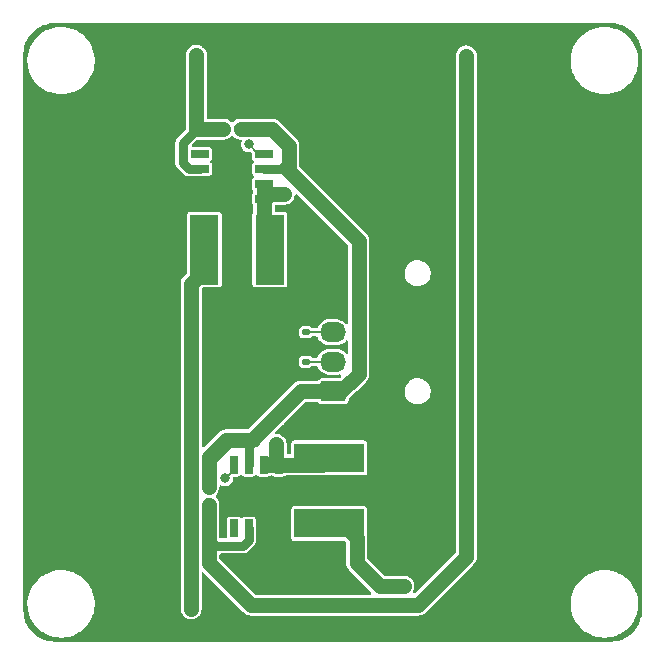
<source format=gbl>
G04 #@! TF.GenerationSoftware,KiCad,Pcbnew,(6.0.0)*
G04 #@! TF.CreationDate,2022-02-11T23:35:21-05:00*
G04 #@! TF.ProjectId,FalconRear,46616c63-6f6e-4526-9561-722e6b696361,1A*
G04 #@! TF.SameCoordinates,Original*
G04 #@! TF.FileFunction,Copper,L2,Bot*
G04 #@! TF.FilePolarity,Positive*
%FSLAX46Y46*%
G04 Gerber Fmt 4.6, Leading zero omitted, Abs format (unit mm)*
G04 Created by KiCad (PCBNEW (6.0.0)) date 2022-02-11 23:35:21*
%MOMM*%
%LPD*%
G01*
G04 APERTURE LIST*
G04 Aperture macros list*
%AMRoundRect*
0 Rectangle with rounded corners*
0 $1 Rounding radius*
0 $2 $3 $4 $5 $6 $7 $8 $9 X,Y pos of 4 corners*
0 Add a 4 corners polygon primitive as box body*
4,1,4,$2,$3,$4,$5,$6,$7,$8,$9,$2,$3,0*
0 Add four circle primitives for the rounded corners*
1,1,$1+$1,$2,$3*
1,1,$1+$1,$4,$5*
1,1,$1+$1,$6,$7*
1,1,$1+$1,$8,$9*
0 Add four rect primitives between the rounded corners*
20,1,$1+$1,$2,$3,$4,$5,0*
20,1,$1+$1,$4,$5,$6,$7,0*
20,1,$1+$1,$6,$7,$8,$9,0*
20,1,$1+$1,$8,$9,$2,$3,0*%
G04 Aperture macros list end*
G04 #@! TA.AperFunction,SMDPad,CuDef*
%ADD10R,1.500000X0.650000*%
G04 #@! TD*
G04 #@! TA.AperFunction,SMDPad,CuDef*
%ADD11R,2.700000X3.600000*%
G04 #@! TD*
G04 #@! TA.AperFunction,SMDPad,CuDef*
%ADD12RoundRect,0.135000X-0.185000X0.135000X-0.185000X-0.135000X0.185000X-0.135000X0.185000X0.135000X0*%
G04 #@! TD*
G04 #@! TA.AperFunction,SMDPad,CuDef*
%ADD13R,5.900000X2.450000*%
G04 #@! TD*
G04 #@! TA.AperFunction,SMDPad,CuDef*
%ADD14R,2.450000X5.900000*%
G04 #@! TD*
G04 #@! TA.AperFunction,SMDPad,CuDef*
%ADD15RoundRect,0.135000X-0.135000X-0.185000X0.135000X-0.185000X0.135000X0.185000X-0.135000X0.185000X0*%
G04 #@! TD*
G04 #@! TA.AperFunction,SMDPad,CuDef*
%ADD16RoundRect,0.250000X-1.100000X0.325000X-1.100000X-0.325000X1.100000X-0.325000X1.100000X0.325000X0*%
G04 #@! TD*
G04 #@! TA.AperFunction,SMDPad,CuDef*
%ADD17R,0.800000X0.900000*%
G04 #@! TD*
G04 #@! TA.AperFunction,SMDPad,CuDef*
%ADD18RoundRect,0.250000X0.325000X1.100000X-0.325000X1.100000X-0.325000X-1.100000X0.325000X-1.100000X0*%
G04 #@! TD*
G04 #@! TA.AperFunction,SMDPad,CuDef*
%ADD19RoundRect,0.135000X0.185000X-0.135000X0.185000X0.135000X-0.185000X0.135000X-0.185000X-0.135000X0*%
G04 #@! TD*
G04 #@! TA.AperFunction,ComponentPad*
%ADD20RoundRect,0.250000X-0.850000X-0.600000X0.850000X-0.600000X0.850000X0.600000X-0.850000X0.600000X0*%
G04 #@! TD*
G04 #@! TA.AperFunction,ComponentPad*
%ADD21O,2.200000X1.700000*%
G04 #@! TD*
G04 #@! TA.AperFunction,SMDPad,CuDef*
%ADD22R,0.900000X0.800000*%
G04 #@! TD*
G04 #@! TA.AperFunction,SMDPad,CuDef*
%ADD23R,0.650000X1.500000*%
G04 #@! TD*
G04 #@! TA.AperFunction,SMDPad,CuDef*
%ADD24R,3.600000X2.700000*%
G04 #@! TD*
G04 #@! TA.AperFunction,ViaPad*
%ADD25C,0.800000*%
G04 #@! TD*
G04 #@! TA.AperFunction,ViaPad*
%ADD26C,1.700000*%
G04 #@! TD*
G04 #@! TA.AperFunction,Conductor*
%ADD27C,1.270000*%
G04 #@! TD*
G04 #@! TA.AperFunction,Conductor*
%ADD28C,0.762000*%
G04 #@! TD*
G04 #@! TA.AperFunction,Conductor*
%ADD29C,0.203200*%
G04 #@! TD*
G04 APERTURE END LIST*
D10*
X133775000Y-84705000D03*
X133775000Y-83435000D03*
X133775000Y-82165000D03*
X133775000Y-80895000D03*
X139175000Y-80895000D03*
X139175000Y-82165000D03*
X139175000Y-83435000D03*
X139175000Y-84705000D03*
D11*
X136475000Y-82800000D03*
D12*
X142710115Y-94980000D03*
X142710115Y-96000000D03*
D13*
X144694500Y-106641600D03*
X144694500Y-112191600D03*
D14*
X139675000Y-89000000D03*
X134125000Y-89000000D03*
D15*
X135890000Y-78800000D03*
X136910000Y-78800000D03*
D16*
X137500000Y-102175000D03*
X137500000Y-105125000D03*
D17*
X143200000Y-84300000D03*
X140900000Y-84300000D03*
D18*
X144225000Y-81500000D03*
X141275000Y-81500000D03*
D12*
X142710115Y-97480000D03*
X142710115Y-98500000D03*
D19*
X134500000Y-110270000D03*
X134500000Y-109250000D03*
D20*
X145000000Y-101000000D03*
D21*
X145000000Y-98500000D03*
X145000000Y-96000000D03*
X145000000Y-93500000D03*
X145000000Y-91000000D03*
D22*
X140200000Y-103200000D03*
X140200000Y-105500000D03*
D23*
X140424500Y-112616600D03*
X139154500Y-112616600D03*
X137884500Y-112616600D03*
X136614500Y-112616600D03*
X136614500Y-107216600D03*
X137884500Y-107216600D03*
X139154500Y-107216600D03*
X140424500Y-107216600D03*
D24*
X138519500Y-109916600D03*
D25*
X145600000Y-82100000D03*
X136900000Y-100800000D03*
D26*
X138519500Y-109916600D03*
D25*
X145600000Y-80900000D03*
X138200000Y-100800000D03*
D26*
X136492072Y-82859945D03*
D25*
X135871075Y-108385810D03*
X156300000Y-74800000D03*
X156300000Y-72600000D03*
X156300000Y-73700000D03*
X150000000Y-117500000D03*
X149000000Y-117500000D03*
X151000000Y-117500000D03*
X133433978Y-74766022D03*
X133433978Y-73666022D03*
X133433978Y-72566022D03*
X133000000Y-118300000D03*
X133000000Y-117200000D03*
X133000000Y-119400000D03*
X137900000Y-80100000D03*
D27*
X139154500Y-112616600D02*
X139154500Y-110551600D01*
X139154500Y-112616600D02*
X140424500Y-112616600D01*
X139154500Y-110551600D02*
X138519500Y-109916600D01*
D28*
X137884500Y-105509500D02*
X137500000Y-105125000D01*
D27*
X137500000Y-105125000D02*
X135962078Y-105125000D01*
X138175000Y-105125000D02*
X137500000Y-105125000D01*
X142300000Y-101000000D02*
X138175000Y-105125000D01*
D28*
X140610000Y-82165000D02*
X141275000Y-81500000D01*
D27*
X147200000Y-99500000D02*
X145700000Y-101000000D01*
D28*
X136470078Y-105125000D02*
X137500000Y-105125000D01*
D27*
X145700000Y-101000000D02*
X145000000Y-101000000D01*
X141275000Y-81500000D02*
X141275000Y-82375000D01*
X143200000Y-84300000D02*
X147200000Y-88300000D01*
X141275000Y-82375000D02*
X143200000Y-84300000D01*
D28*
X134500000Y-107095078D02*
X136470078Y-105125000D01*
D27*
X141275000Y-81500000D02*
X141275000Y-80250978D01*
X145000000Y-101000000D02*
X142300000Y-101000000D01*
X141275000Y-80250978D02*
X139824022Y-78800000D01*
D28*
X137884500Y-107216600D02*
X137884500Y-105509500D01*
D27*
X135962078Y-105125000D02*
X134500000Y-106587078D01*
D28*
X139175000Y-82165000D02*
X140610000Y-82165000D01*
D27*
X139824022Y-78800000D02*
X137200000Y-78800000D01*
X147200000Y-88300000D02*
X147200000Y-99500000D01*
X134500000Y-106587078D02*
X134500000Y-109130480D01*
X139500000Y-107200000D02*
X139516600Y-107216600D01*
X140200000Y-105500000D02*
X140200000Y-106992100D01*
X144119500Y-107216600D02*
X144694500Y-106641600D01*
D28*
X140200000Y-106992100D02*
X140424500Y-107216600D01*
D27*
X139516600Y-107216600D02*
X144119500Y-107216600D01*
D29*
X135871075Y-108385810D02*
X136198750Y-108058135D01*
X136201393Y-108058135D02*
X136614500Y-107645028D01*
X142710115Y-98500000D02*
X145000000Y-98500000D01*
X136198750Y-108058135D02*
X136201393Y-108058135D01*
X136614500Y-107645028D02*
X136614500Y-107216600D01*
D27*
X156300000Y-73700000D02*
X156300000Y-72600000D01*
X134500000Y-113500000D02*
X134500000Y-115500000D01*
X152200000Y-119100000D02*
X156300000Y-115000000D01*
X134500000Y-115500000D02*
X138100000Y-119100000D01*
D28*
X137884500Y-112616600D02*
X137884500Y-113582622D01*
D27*
X156300000Y-74800000D02*
X156300000Y-73700000D01*
X138100000Y-119100000D02*
X152200000Y-119100000D01*
X156300000Y-115000000D02*
X156300000Y-74800000D01*
X134500000Y-112800000D02*
X134500000Y-113500000D01*
D28*
X137367122Y-114100000D02*
X135100000Y-114100000D01*
X137884500Y-113582622D02*
X137367122Y-114100000D01*
D27*
X134500000Y-112800000D02*
X134500000Y-110600000D01*
D28*
X135100000Y-114100000D02*
X134500000Y-113500000D01*
D27*
X149000000Y-117500000D02*
X147010153Y-115510153D01*
X147010153Y-115510153D02*
X147010153Y-113410153D01*
X151000000Y-117500000D02*
X149000000Y-117500000D01*
X147010153Y-113410153D02*
X145791600Y-112191600D01*
X145791600Y-112191600D02*
X144694500Y-112191600D01*
X133500000Y-78800000D02*
X133433978Y-78733978D01*
X133433978Y-74766022D02*
X133433978Y-73666022D01*
D28*
X132300000Y-80000000D02*
X132300000Y-81656022D01*
D27*
X133700000Y-78800000D02*
X135730480Y-78800000D01*
X133433978Y-74766022D02*
X133433978Y-78533978D01*
X133433978Y-78733978D02*
X133433978Y-74766022D01*
D28*
X133500000Y-78800000D02*
X132300000Y-80000000D01*
D27*
X133433978Y-73666022D02*
X133433978Y-72566022D01*
X133433978Y-78533978D02*
X133700000Y-78800000D01*
D28*
X132300000Y-81656022D02*
X132808978Y-82165000D01*
X132808978Y-82165000D02*
X133775000Y-82165000D01*
D27*
X133000000Y-91900000D02*
X133000000Y-117200000D01*
X134275000Y-89000000D02*
X134275000Y-90625000D01*
X133000000Y-117200000D02*
X133000000Y-118300000D01*
X134275000Y-90625000D02*
X133000000Y-91900000D01*
X133000000Y-118300000D02*
X133000000Y-119400000D01*
D29*
X142710115Y-96000000D02*
X145000000Y-96000000D01*
X137900000Y-80100000D02*
X138695000Y-80895000D01*
X138695000Y-80895000D02*
X139175000Y-80895000D01*
D27*
X139175000Y-88350000D02*
X139825000Y-89000000D01*
X139200000Y-84300000D02*
X139175000Y-84325000D01*
X140900000Y-84300000D02*
X139200000Y-84300000D01*
X139175000Y-84325000D02*
X139175000Y-88350000D01*
X139175000Y-83875000D02*
X139175000Y-84325000D01*
G04 #@! TA.AperFunction,Conductor*
G36*
X168484608Y-69801914D02*
G01*
X168500000Y-69804628D01*
X168510855Y-69802714D01*
X168521361Y-69802714D01*
X168534476Y-69801936D01*
X168795243Y-69816580D01*
X168809275Y-69818161D01*
X168951555Y-69842336D01*
X169093830Y-69866510D01*
X169107605Y-69869654D01*
X169384955Y-69949557D01*
X169398292Y-69954224D01*
X169562003Y-70022035D01*
X169664953Y-70064678D01*
X169677676Y-70070805D01*
X169820063Y-70149500D01*
X169930294Y-70210423D01*
X169942257Y-70217940D01*
X170177648Y-70384958D01*
X170188695Y-70393767D01*
X170252971Y-70451208D01*
X170403912Y-70586097D01*
X170413903Y-70596088D01*
X170606232Y-70811304D01*
X170615042Y-70822352D01*
X170782060Y-71057743D01*
X170789577Y-71069706D01*
X170929193Y-71322320D01*
X170935324Y-71335051D01*
X171045776Y-71601708D01*
X171050443Y-71615045D01*
X171130346Y-71892395D01*
X171133490Y-71906170D01*
X171163027Y-72080006D01*
X171181838Y-72190720D01*
X171183420Y-72204757D01*
X171195542Y-72420608D01*
X171198064Y-72465522D01*
X171197286Y-72478639D01*
X171197286Y-72489145D01*
X171195372Y-72500000D01*
X171197286Y-72510855D01*
X171198086Y-72515392D01*
X171200000Y-72537271D01*
X171200000Y-119462729D01*
X171198086Y-119484608D01*
X171195372Y-119500000D01*
X171197286Y-119510855D01*
X171197286Y-119521361D01*
X171198064Y-119534476D01*
X171184466Y-119776613D01*
X171183420Y-119795239D01*
X171181838Y-119809276D01*
X171139279Y-120059766D01*
X171133492Y-120093828D01*
X171130348Y-120107603D01*
X171050443Y-120384958D01*
X171045778Y-120398289D01*
X171037667Y-120417872D01*
X170935322Y-120664954D01*
X170929194Y-120677678D01*
X170789580Y-120930292D01*
X170782063Y-120942255D01*
X170615043Y-121177649D01*
X170606233Y-121188697D01*
X170413904Y-121403913D01*
X170403914Y-121413903D01*
X170251330Y-121550261D01*
X170188697Y-121606233D01*
X170177649Y-121615043D01*
X169942255Y-121782063D01*
X169930294Y-121789579D01*
X169677678Y-121929194D01*
X169664953Y-121935322D01*
X169398289Y-122045778D01*
X169384958Y-122050443D01*
X169107603Y-122130348D01*
X169093832Y-122133491D01*
X168809276Y-122181838D01*
X168795243Y-122183420D01*
X168534476Y-122198064D01*
X168521361Y-122197286D01*
X168510855Y-122197286D01*
X168500000Y-122195372D01*
X168489145Y-122197286D01*
X168484608Y-122198086D01*
X168462729Y-122200000D01*
X121537271Y-122200000D01*
X121515392Y-122198086D01*
X121510855Y-122197286D01*
X121500000Y-122195372D01*
X121489145Y-122197286D01*
X121478639Y-122197286D01*
X121465524Y-122198064D01*
X121204757Y-122183420D01*
X121190724Y-122181838D01*
X120906168Y-122133491D01*
X120892397Y-122130348D01*
X120615042Y-122050443D01*
X120601711Y-122045778D01*
X120335047Y-121935322D01*
X120322322Y-121929194D01*
X120069706Y-121789579D01*
X120057745Y-121782063D01*
X119822351Y-121615043D01*
X119811303Y-121606233D01*
X119748671Y-121550261D01*
X119596086Y-121413903D01*
X119586096Y-121403913D01*
X119393767Y-121188697D01*
X119384957Y-121177649D01*
X119217937Y-120942255D01*
X119210420Y-120930292D01*
X119070806Y-120677678D01*
X119064678Y-120664954D01*
X118962333Y-120417872D01*
X118954222Y-120398289D01*
X118949557Y-120384958D01*
X118869652Y-120107603D01*
X118866508Y-120093828D01*
X118860721Y-120059766D01*
X118818162Y-119809276D01*
X118816580Y-119795239D01*
X118815534Y-119776613D01*
X118801936Y-119534476D01*
X118802714Y-119521361D01*
X118802714Y-119510855D01*
X118804628Y-119500000D01*
X118801914Y-119484608D01*
X118800000Y-119462729D01*
X118800000Y-118855531D01*
X119148142Y-118855531D01*
X119150763Y-119189246D01*
X119151222Y-119192905D01*
X119186302Y-119472551D01*
X119192301Y-119520376D01*
X119272188Y-119844399D01*
X119273482Y-119847850D01*
X119273482Y-119847851D01*
X119375144Y-120119035D01*
X119389334Y-120156888D01*
X119542138Y-120453575D01*
X119728514Y-120730409D01*
X119945914Y-120983607D01*
X120191371Y-121209712D01*
X120375606Y-121343321D01*
X120430351Y-121383022D01*
X120461532Y-121405635D01*
X120752706Y-121568701D01*
X120970672Y-121659209D01*
X121057515Y-121695269D01*
X121057518Y-121695270D01*
X121060916Y-121696681D01*
X121064464Y-121697688D01*
X121064466Y-121697689D01*
X121378398Y-121786819D01*
X121378403Y-121786820D01*
X121381953Y-121787828D01*
X121711432Y-121840897D01*
X121714852Y-121841070D01*
X121714859Y-121841071D01*
X121899413Y-121850420D01*
X121899430Y-121850420D01*
X121901001Y-121850500D01*
X122085676Y-121850500D01*
X122333155Y-121836014D01*
X122336781Y-121835371D01*
X122336784Y-121835371D01*
X122658139Y-121778418D01*
X122658143Y-121778417D01*
X122661760Y-121777776D01*
X122981325Y-121681598D01*
X123245757Y-121566894D01*
X123284102Y-121550261D01*
X123284105Y-121550259D01*
X123287488Y-121548792D01*
X123533950Y-121405635D01*
X123572881Y-121383022D01*
X123572883Y-121383021D01*
X123576064Y-121381173D01*
X123843114Y-121181031D01*
X124048166Y-120986104D01*
X124082326Y-120953631D01*
X124082330Y-120953627D01*
X124084989Y-120951099D01*
X124298386Y-120694517D01*
X124309338Y-120677685D01*
X124478385Y-120417872D01*
X124478387Y-120417868D01*
X124480390Y-120414790D01*
X124482022Y-120411496D01*
X124626883Y-120119035D01*
X124626886Y-120119027D01*
X124628515Y-120115739D01*
X124645366Y-120068548D01*
X124726678Y-119840824D01*
X124740738Y-119801448D01*
X124756008Y-119735043D01*
X124814701Y-119479801D01*
X124814702Y-119479792D01*
X124815526Y-119476211D01*
X124851858Y-119144469D01*
X124849237Y-118810754D01*
X124848241Y-118802815D01*
X124808158Y-118483281D01*
X124808157Y-118483277D01*
X124807699Y-118479624D01*
X124727812Y-118155601D01*
X124626092Y-117884261D01*
X124611961Y-117846566D01*
X124611960Y-117846564D01*
X124610666Y-117843112D01*
X124457862Y-117546425D01*
X124271486Y-117269591D01*
X124054086Y-117016393D01*
X123808629Y-116790288D01*
X123579960Y-116624455D01*
X123541451Y-116596528D01*
X123541448Y-116596526D01*
X123538468Y-116594365D01*
X123247294Y-116431299D01*
X123020243Y-116337019D01*
X122942485Y-116304731D01*
X122942482Y-116304730D01*
X122939084Y-116303319D01*
X122935534Y-116302311D01*
X122621602Y-116213181D01*
X122621597Y-116213180D01*
X122618047Y-116212172D01*
X122288568Y-116159103D01*
X122285148Y-116158930D01*
X122285141Y-116158929D01*
X122100587Y-116149580D01*
X122100570Y-116149580D01*
X122098999Y-116149500D01*
X121914324Y-116149500D01*
X121666845Y-116163986D01*
X121663219Y-116164629D01*
X121663216Y-116164629D01*
X121341861Y-116221582D01*
X121341857Y-116221583D01*
X121338240Y-116222224D01*
X121018675Y-116318402D01*
X120931056Y-116356409D01*
X120715898Y-116449739D01*
X120715895Y-116449741D01*
X120712512Y-116451208D01*
X120709324Y-116453060D01*
X120437680Y-116610844D01*
X120423936Y-116618827D01*
X120420989Y-116621036D01*
X120420987Y-116621037D01*
X120415506Y-116625145D01*
X120156886Y-116818969D01*
X120030278Y-116939326D01*
X119917674Y-117046369D01*
X119917670Y-117046373D01*
X119915011Y-117048901D01*
X119701614Y-117305483D01*
X119519610Y-117585210D01*
X119517981Y-117588498D01*
X119517978Y-117588504D01*
X119373117Y-117880965D01*
X119373114Y-117880973D01*
X119371485Y-117884261D01*
X119370247Y-117887729D01*
X119370245Y-117887733D01*
X119343118Y-117963705D01*
X119259262Y-118198552D01*
X119258435Y-118202149D01*
X119185299Y-118520199D01*
X119185298Y-118520208D01*
X119184474Y-118523789D01*
X119148142Y-118855531D01*
X118800000Y-118855531D01*
X118800000Y-79979879D01*
X131659765Y-79979879D01*
X131660511Y-79987771D01*
X131663941Y-80024056D01*
X131664500Y-80035914D01*
X131664500Y-81577002D01*
X131663970Y-81588236D01*
X131662292Y-81595741D01*
X131662541Y-81603660D01*
X131664438Y-81664034D01*
X131664500Y-81667991D01*
X131664500Y-81696005D01*
X131664996Y-81699930D01*
X131664996Y-81699931D01*
X131665008Y-81700026D01*
X131665941Y-81711871D01*
X131667335Y-81756227D01*
X131669547Y-81763839D01*
X131673013Y-81775770D01*
X131677023Y-81795134D01*
X131679573Y-81815321D01*
X131682489Y-81822685D01*
X131682490Y-81822690D01*
X131695907Y-81856578D01*
X131699752Y-81867807D01*
X131712131Y-81910415D01*
X131716169Y-81917242D01*
X131716170Y-81917245D01*
X131722488Y-81927928D01*
X131731188Y-81945686D01*
X131735761Y-81957237D01*
X131735765Y-81957243D01*
X131738681Y-81964610D01*
X131743339Y-81971021D01*
X131743340Y-81971023D01*
X131764764Y-82000510D01*
X131771281Y-82010432D01*
X131789826Y-82041790D01*
X131789829Y-82041794D01*
X131793866Y-82048620D01*
X131808250Y-82063004D01*
X131821091Y-82078038D01*
X131833058Y-82094509D01*
X131839167Y-82099563D01*
X131867248Y-82122794D01*
X131876027Y-82130782D01*
X132303732Y-82558486D01*
X132311304Y-82566808D01*
X132315425Y-82573303D01*
X132321203Y-82578728D01*
X132321203Y-82578729D01*
X132365244Y-82620086D01*
X132368086Y-82622841D01*
X132387884Y-82642639D01*
X132391015Y-82645068D01*
X132391020Y-82645072D01*
X132391106Y-82645139D01*
X132400131Y-82652847D01*
X132432472Y-82683217D01*
X132439417Y-82687035D01*
X132439421Y-82687038D01*
X132450312Y-82693026D01*
X132466833Y-82703878D01*
X132482912Y-82716350D01*
X132523633Y-82733971D01*
X132534289Y-82739192D01*
X132566223Y-82756748D01*
X132566229Y-82756750D01*
X132573175Y-82760569D01*
X132580850Y-82762540D01*
X132580856Y-82762542D01*
X132592889Y-82765631D01*
X132611591Y-82772034D01*
X132630270Y-82780117D01*
X132638096Y-82781357D01*
X132638101Y-82781358D01*
X132674098Y-82787060D01*
X132685718Y-82789466D01*
X132721015Y-82798528D01*
X132728696Y-82800500D01*
X132749044Y-82800500D01*
X132768756Y-82802051D01*
X132788858Y-82805235D01*
X132833033Y-82801059D01*
X132844892Y-82800500D01*
X133814983Y-82800500D01*
X133871116Y-82793409D01*
X133926434Y-82786421D01*
X133926437Y-82786420D01*
X133934299Y-82785427D01*
X133941665Y-82782510D01*
X133941667Y-82782510D01*
X134015323Y-82753347D01*
X134061707Y-82744499D01*
X134550066Y-82744499D01*
X134591128Y-82736332D01*
X134612126Y-82732156D01*
X134612128Y-82732155D01*
X134624301Y-82729734D01*
X134634621Y-82722839D01*
X134634622Y-82722838D01*
X134698168Y-82680377D01*
X134708484Y-82673484D01*
X134764734Y-82589301D01*
X134779500Y-82515067D01*
X134779499Y-81814934D01*
X134772388Y-81779182D01*
X134767156Y-81752874D01*
X134767155Y-81752872D01*
X134764734Y-81740699D01*
X134741507Y-81705937D01*
X134715377Y-81666832D01*
X134708484Y-81656516D01*
X134675930Y-81634764D01*
X134630404Y-81580287D01*
X134621557Y-81509844D01*
X134652198Y-81445800D01*
X134675928Y-81425237D01*
X134708484Y-81403484D01*
X134764734Y-81319301D01*
X134779500Y-81245067D01*
X134779499Y-80544934D01*
X134764734Y-80470699D01*
X134708484Y-80386516D01*
X134624301Y-80330266D01*
X134550067Y-80315500D01*
X134500547Y-80315500D01*
X133187421Y-80315501D01*
X133119300Y-80295499D01*
X133072807Y-80241843D01*
X133062703Y-80171569D01*
X133092196Y-80106989D01*
X133098326Y-80100406D01*
X133469805Y-79728927D01*
X133532117Y-79694901D01*
X133545509Y-79693106D01*
X133546810Y-79693174D01*
X133583457Y-79687370D01*
X133609759Y-79685992D01*
X133624833Y-79686782D01*
X133626890Y-79686890D01*
X133633461Y-79687407D01*
X133650105Y-79689156D01*
X133650109Y-79689156D01*
X133653380Y-79689500D01*
X133673407Y-79689500D01*
X133680001Y-79689673D01*
X133740218Y-79692829D01*
X133740222Y-79692829D01*
X133746810Y-79693174D01*
X133753325Y-79692142D01*
X133753327Y-79692142D01*
X133758949Y-79691251D01*
X133760215Y-79691051D01*
X133779925Y-79689500D01*
X135777100Y-79689500D01*
X135887283Y-79677919D01*
X135909872Y-79675545D01*
X135909873Y-79675545D01*
X135916436Y-79674855D01*
X135922714Y-79672815D01*
X135922715Y-79672815D01*
X136028384Y-79638481D01*
X136094265Y-79617075D01*
X136147554Y-79586309D01*
X136250474Y-79526888D01*
X136256195Y-79523585D01*
X136261104Y-79519165D01*
X136261108Y-79519162D01*
X136380930Y-79411274D01*
X136444937Y-79380557D01*
X136515391Y-79389321D01*
X136549550Y-79411274D01*
X136669372Y-79519162D01*
X136669376Y-79519165D01*
X136674285Y-79523585D01*
X136680006Y-79526888D01*
X136782927Y-79586309D01*
X136836215Y-79617075D01*
X136902096Y-79638481D01*
X137007765Y-79672815D01*
X137007766Y-79672815D01*
X137014044Y-79674855D01*
X137020607Y-79675545D01*
X137020608Y-79675545D01*
X137043197Y-79677919D01*
X137153380Y-79689500D01*
X137173163Y-79689500D01*
X137241284Y-79709502D01*
X137287777Y-79763158D01*
X137297881Y-79833432D01*
X137290556Y-79861269D01*
X137264167Y-79928954D01*
X137264166Y-79928958D01*
X137261406Y-79936037D01*
X137260414Y-79943570D01*
X137260414Y-79943571D01*
X137242650Y-80078507D01*
X137240729Y-80093096D01*
X137249393Y-80171569D01*
X137256234Y-80233532D01*
X137258113Y-80250553D01*
X137260723Y-80257684D01*
X137260723Y-80257686D01*
X137307868Y-80386516D01*
X137312553Y-80399319D01*
X137316789Y-80405622D01*
X137316789Y-80405623D01*
X137368700Y-80482874D01*
X137400908Y-80530805D01*
X137406527Y-80535918D01*
X137406528Y-80535919D01*
X137423237Y-80551123D01*
X137518076Y-80637419D01*
X137657293Y-80713008D01*
X137810522Y-80753207D01*
X137896206Y-80754553D01*
X137961320Y-80755576D01*
X137961323Y-80755576D01*
X137968916Y-80755695D01*
X137976317Y-80754000D01*
X137983587Y-80753236D01*
X138053425Y-80766010D01*
X138085849Y-80789451D01*
X138133595Y-80837197D01*
X138167621Y-80899509D01*
X138170500Y-80926292D01*
X138170501Y-81245066D01*
X138185266Y-81319301D01*
X138241516Y-81403484D01*
X138274070Y-81425236D01*
X138319596Y-81479713D01*
X138328443Y-81550156D01*
X138297802Y-81614200D01*
X138274072Y-81634763D01*
X138241516Y-81656516D01*
X138185266Y-81740699D01*
X138170500Y-81814933D01*
X138170501Y-82515066D01*
X138185266Y-82589301D01*
X138192161Y-82599620D01*
X138192162Y-82599622D01*
X138220906Y-82642639D01*
X138241516Y-82673484D01*
X138274070Y-82695236D01*
X138319596Y-82749713D01*
X138328443Y-82820156D01*
X138297802Y-82884200D01*
X138274072Y-82904763D01*
X138241516Y-82926516D01*
X138185266Y-83010699D01*
X138170500Y-83084933D01*
X138170501Y-83785066D01*
X138185266Y-83859301D01*
X138241516Y-83943484D01*
X138249519Y-83948831D01*
X138282621Y-84009452D01*
X138285500Y-84036235D01*
X138285500Y-84103765D01*
X138265498Y-84171886D01*
X138250471Y-84190532D01*
X138241516Y-84196516D01*
X138185266Y-84280699D01*
X138170500Y-84354933D01*
X138170501Y-85055066D01*
X138185266Y-85129301D01*
X138192161Y-85139621D01*
X138192162Y-85139622D01*
X138216166Y-85175545D01*
X138241516Y-85213484D01*
X138249519Y-85218831D01*
X138282621Y-85279452D01*
X138285500Y-85306235D01*
X138285500Y-85799883D01*
X138264266Y-85869884D01*
X138210266Y-85950699D01*
X138195500Y-86024933D01*
X138195501Y-91975066D01*
X138197933Y-91987294D01*
X138206799Y-92031868D01*
X138210266Y-92049301D01*
X138217161Y-92059620D01*
X138217162Y-92059622D01*
X138236002Y-92087817D01*
X138266516Y-92133484D01*
X138350699Y-92189734D01*
X138424933Y-92204500D01*
X139674797Y-92204500D01*
X140925066Y-92204499D01*
X140960818Y-92197388D01*
X140987126Y-92192156D01*
X140987128Y-92192155D01*
X140999301Y-92189734D01*
X141009621Y-92182839D01*
X141009622Y-92182838D01*
X141073168Y-92140377D01*
X141083484Y-92133484D01*
X141113998Y-92087817D01*
X141132839Y-92059620D01*
X141139734Y-92049301D01*
X141154500Y-91975067D01*
X141154499Y-86024934D01*
X141139734Y-85950699D01*
X141083484Y-85866516D01*
X140999301Y-85810266D01*
X140925067Y-85795500D01*
X140190500Y-85795500D01*
X140122379Y-85775498D01*
X140075886Y-85721842D01*
X140064500Y-85669500D01*
X140064500Y-85315500D01*
X140084502Y-85247379D01*
X140138158Y-85200886D01*
X140190500Y-85189500D01*
X140946620Y-85189500D01*
X141056803Y-85177919D01*
X141079392Y-85175545D01*
X141079393Y-85175545D01*
X141085956Y-85174855D01*
X141092234Y-85172815D01*
X141092235Y-85172815D01*
X141257500Y-85119117D01*
X141257499Y-85119117D01*
X141263785Y-85117075D01*
X141425715Y-85023585D01*
X141564669Y-84898470D01*
X141674573Y-84747200D01*
X141750625Y-84576385D01*
X141784383Y-84417566D01*
X141818111Y-84355093D01*
X141880261Y-84320771D01*
X141951100Y-84325499D01*
X141996725Y-84354668D01*
X146273595Y-88631538D01*
X146307621Y-88693850D01*
X146310500Y-88720633D01*
X146310500Y-95192644D01*
X146290498Y-95260765D01*
X146236842Y-95307258D01*
X146166568Y-95317362D01*
X146101988Y-95287868D01*
X146091739Y-95277600D01*
X146089904Y-95275014D01*
X145937660Y-95129272D01*
X145835918Y-95063578D01*
X145765640Y-95018200D01*
X145765637Y-95018199D01*
X145760603Y-95014948D01*
X145565122Y-94936166D01*
X145430739Y-94909923D01*
X145362717Y-94896639D01*
X145362714Y-94896639D01*
X145358271Y-94895771D01*
X145352730Y-94895500D01*
X144697341Y-94895500D01*
X144540194Y-94910493D01*
X144337958Y-94969823D01*
X144332619Y-94972573D01*
X144155921Y-95063578D01*
X144155918Y-95063580D01*
X144150590Y-95066324D01*
X144145875Y-95070028D01*
X143989568Y-95192808D01*
X143989564Y-95192812D01*
X143984851Y-95196514D01*
X143980920Y-95201044D01*
X143980919Y-95201045D01*
X143850650Y-95351165D01*
X143850646Y-95351170D01*
X143846719Y-95355696D01*
X143741181Y-95538126D01*
X143739212Y-95543795D01*
X143739211Y-95543798D01*
X143733850Y-95559235D01*
X143692607Y-95617024D01*
X143626669Y-95643342D01*
X143614823Y-95643900D01*
X143277041Y-95643900D01*
X143208920Y-95623898D01*
X143187946Y-95606995D01*
X143126911Y-95545960D01*
X143016977Y-95489946D01*
X143007188Y-95488396D01*
X143007186Y-95488395D01*
X142980694Y-95484199D01*
X142925768Y-95475500D01*
X142710159Y-95475500D01*
X142494463Y-95475501D01*
X142489570Y-95476276D01*
X142489569Y-95476276D01*
X142413051Y-95488394D01*
X142413049Y-95488395D01*
X142403253Y-95489946D01*
X142293319Y-95545960D01*
X142206075Y-95633204D01*
X142150061Y-95743138D01*
X142135615Y-95834347D01*
X142135616Y-96165652D01*
X142150061Y-96256862D01*
X142206075Y-96366796D01*
X142293319Y-96454040D01*
X142403253Y-96510054D01*
X142413042Y-96511604D01*
X142413044Y-96511605D01*
X142439536Y-96515801D01*
X142494462Y-96524500D01*
X142710071Y-96524500D01*
X142925767Y-96524499D01*
X142930661Y-96523724D01*
X143007179Y-96511606D01*
X143007181Y-96511605D01*
X143016977Y-96510054D01*
X143126911Y-96454040D01*
X143187946Y-96393005D01*
X143250258Y-96358979D01*
X143277041Y-96356100D01*
X143617470Y-96356100D01*
X143685591Y-96376102D01*
X143732170Y-96429948D01*
X143788157Y-96553084D01*
X143910096Y-96724986D01*
X144062340Y-96870728D01*
X144067375Y-96873979D01*
X144234360Y-96981800D01*
X144234363Y-96981801D01*
X144239397Y-96985052D01*
X144434878Y-97063834D01*
X144557688Y-97087817D01*
X144637283Y-97103361D01*
X144637286Y-97103361D01*
X144641729Y-97104229D01*
X144647270Y-97104500D01*
X145302659Y-97104500D01*
X145459806Y-97089507D01*
X145662042Y-97030177D01*
X145745304Y-96987294D01*
X145844079Y-96936422D01*
X145844082Y-96936420D01*
X145849410Y-96933676D01*
X145925408Y-96873979D01*
X146010432Y-96807192D01*
X146010436Y-96807188D01*
X146015149Y-96803486D01*
X146089335Y-96717995D01*
X146149089Y-96679654D01*
X146220085Y-96679705D01*
X146279784Y-96718132D01*
X146309230Y-96782734D01*
X146310500Y-96800576D01*
X146310500Y-97692644D01*
X146290498Y-97760765D01*
X146236842Y-97807258D01*
X146166568Y-97817362D01*
X146101988Y-97787868D01*
X146091739Y-97777600D01*
X146089904Y-97775014D01*
X145937660Y-97629272D01*
X145835918Y-97563578D01*
X145765640Y-97518200D01*
X145765637Y-97518199D01*
X145760603Y-97514948D01*
X145565122Y-97436166D01*
X145430739Y-97409923D01*
X145362717Y-97396639D01*
X145362714Y-97396639D01*
X145358271Y-97395771D01*
X145352730Y-97395500D01*
X144697341Y-97395500D01*
X144540194Y-97410493D01*
X144337958Y-97469823D01*
X144332619Y-97472573D01*
X144155921Y-97563578D01*
X144155918Y-97563580D01*
X144150590Y-97566324D01*
X144145875Y-97570028D01*
X143989568Y-97692808D01*
X143989564Y-97692812D01*
X143984851Y-97696514D01*
X143980920Y-97701044D01*
X143980919Y-97701045D01*
X143850650Y-97851165D01*
X143850646Y-97851170D01*
X143846719Y-97855696D01*
X143741181Y-98038126D01*
X143739212Y-98043795D01*
X143739211Y-98043798D01*
X143733850Y-98059235D01*
X143692607Y-98117024D01*
X143626669Y-98143342D01*
X143614823Y-98143900D01*
X143277041Y-98143900D01*
X143208920Y-98123898D01*
X143187946Y-98106995D01*
X143126911Y-98045960D01*
X143016977Y-97989946D01*
X143007188Y-97988396D01*
X143007186Y-97988395D01*
X142980694Y-97984199D01*
X142925768Y-97975500D01*
X142710159Y-97975500D01*
X142494463Y-97975501D01*
X142489570Y-97976276D01*
X142489569Y-97976276D01*
X142413051Y-97988394D01*
X142413049Y-97988395D01*
X142403253Y-97989946D01*
X142293319Y-98045960D01*
X142206075Y-98133204D01*
X142150061Y-98243138D01*
X142135615Y-98334347D01*
X142135616Y-98665652D01*
X142150061Y-98756862D01*
X142206075Y-98866796D01*
X142293319Y-98954040D01*
X142403253Y-99010054D01*
X142413042Y-99011604D01*
X142413044Y-99011605D01*
X142439536Y-99015801D01*
X142494462Y-99024500D01*
X142710071Y-99024500D01*
X142925767Y-99024499D01*
X142930661Y-99023724D01*
X143007179Y-99011606D01*
X143007181Y-99011605D01*
X143016977Y-99010054D01*
X143126911Y-98954040D01*
X143187946Y-98893005D01*
X143250258Y-98858979D01*
X143277041Y-98856100D01*
X143617470Y-98856100D01*
X143685591Y-98876102D01*
X143732170Y-98929948D01*
X143788157Y-99053084D01*
X143910096Y-99224986D01*
X144062340Y-99370728D01*
X144067375Y-99373979D01*
X144234360Y-99481800D01*
X144234363Y-99481801D01*
X144239397Y-99485052D01*
X144434878Y-99563834D01*
X144557693Y-99587818D01*
X144637283Y-99603361D01*
X144637286Y-99603361D01*
X144641729Y-99604229D01*
X144647270Y-99604500D01*
X145302659Y-99604500D01*
X145459806Y-99589507D01*
X145542142Y-99565352D01*
X145613137Y-99565369D01*
X145672854Y-99603767D01*
X145702332Y-99668355D01*
X145692211Y-99738627D01*
X145666705Y-99775352D01*
X145583462Y-99858595D01*
X145521150Y-99892621D01*
X145494367Y-99895500D01*
X144102244Y-99895500D01*
X144098848Y-99895869D01*
X144098847Y-99895869D01*
X144048403Y-99901349D01*
X144048402Y-99901349D01*
X144040552Y-99902202D01*
X144033159Y-99904974D01*
X144033157Y-99904974D01*
X144019956Y-99909923D01*
X143905236Y-99952929D01*
X143898057Y-99958309D01*
X143898054Y-99958311D01*
X143796779Y-100034212D01*
X143796776Y-100034215D01*
X143789596Y-100039596D01*
X143784213Y-100046779D01*
X143774257Y-100060063D01*
X143717398Y-100102579D01*
X143673429Y-100110500D01*
X142379925Y-100110500D01*
X142360214Y-100108949D01*
X142353327Y-100107858D01*
X142353325Y-100107858D01*
X142346810Y-100106826D01*
X142340222Y-100107171D01*
X142340218Y-100107171D01*
X142280001Y-100110327D01*
X142273407Y-100110500D01*
X142253380Y-100110500D01*
X142250109Y-100110844D01*
X142250105Y-100110844D01*
X142233461Y-100112593D01*
X142226887Y-100113110D01*
X142166684Y-100116265D01*
X142166682Y-100116265D01*
X142160085Y-100116611D01*
X142146972Y-100120125D01*
X142127530Y-100123728D01*
X142126288Y-100123858D01*
X142120615Y-100124454D01*
X142120611Y-100124455D01*
X142114044Y-100125145D01*
X142088585Y-100133417D01*
X142050418Y-100145818D01*
X142044094Y-100147691D01*
X141979476Y-100165006D01*
X141967384Y-100171167D01*
X141949125Y-100178730D01*
X141936215Y-100182925D01*
X141884025Y-100213057D01*
X141878276Y-100216376D01*
X141872480Y-100219523D01*
X141812875Y-100249893D01*
X141802330Y-100258432D01*
X141786045Y-100269625D01*
X141779998Y-100273116D01*
X141779995Y-100273119D01*
X141774285Y-100276415D01*
X141769385Y-100280827D01*
X141769381Y-100280830D01*
X141724575Y-100321175D01*
X141719554Y-100325463D01*
X141703994Y-100338063D01*
X141689847Y-100352210D01*
X141685063Y-100356751D01*
X141635331Y-100401530D01*
X141627348Y-100412518D01*
X141614511Y-100427546D01*
X137843462Y-104198595D01*
X137781150Y-104232621D01*
X137754367Y-104235500D01*
X136042003Y-104235500D01*
X136022292Y-104233949D01*
X136015405Y-104232858D01*
X136015403Y-104232858D01*
X136008888Y-104231826D01*
X136002300Y-104232171D01*
X136002296Y-104232171D01*
X135942079Y-104235327D01*
X135935485Y-104235500D01*
X135915458Y-104235500D01*
X135912187Y-104235844D01*
X135912183Y-104235844D01*
X135895539Y-104237593D01*
X135888965Y-104238110D01*
X135828762Y-104241265D01*
X135828760Y-104241265D01*
X135822163Y-104241611D01*
X135809050Y-104245125D01*
X135789608Y-104248728D01*
X135788366Y-104248858D01*
X135782693Y-104249454D01*
X135782689Y-104249455D01*
X135776122Y-104250145D01*
X135721097Y-104268023D01*
X135712496Y-104270818D01*
X135706172Y-104272691D01*
X135641554Y-104290006D01*
X135629462Y-104296167D01*
X135611203Y-104303730D01*
X135598293Y-104307925D01*
X135546103Y-104338057D01*
X135540354Y-104341376D01*
X135534558Y-104344523D01*
X135474953Y-104374893D01*
X135464408Y-104383432D01*
X135448123Y-104394625D01*
X135442076Y-104398116D01*
X135442073Y-104398119D01*
X135436363Y-104401415D01*
X135431463Y-104405827D01*
X135431459Y-104405830D01*
X135386653Y-104446175D01*
X135381632Y-104450463D01*
X135366072Y-104463063D01*
X135351925Y-104477210D01*
X135347141Y-104481751D01*
X135297409Y-104526530D01*
X135289426Y-104537518D01*
X135276589Y-104552546D01*
X134104595Y-105724540D01*
X134042283Y-105758566D01*
X133971468Y-105753501D01*
X133914632Y-105710954D01*
X133889821Y-105644434D01*
X133889500Y-105635445D01*
X133889500Y-92330500D01*
X133909502Y-92262379D01*
X133963158Y-92215886D01*
X134015500Y-92204500D01*
X135246144Y-92204499D01*
X135375066Y-92204499D01*
X135410818Y-92197388D01*
X135437126Y-92192156D01*
X135437128Y-92192155D01*
X135449301Y-92189734D01*
X135459621Y-92182839D01*
X135459622Y-92182838D01*
X135523168Y-92140377D01*
X135533484Y-92133484D01*
X135563998Y-92087817D01*
X135582839Y-92059620D01*
X135589734Y-92049301D01*
X135604500Y-91975067D01*
X135604499Y-86024934D01*
X135589734Y-85950699D01*
X135533484Y-85866516D01*
X135449301Y-85810266D01*
X135375067Y-85795500D01*
X134125203Y-85795500D01*
X132874934Y-85795501D01*
X132839182Y-85802612D01*
X132812874Y-85807844D01*
X132812872Y-85807845D01*
X132800699Y-85810266D01*
X132790379Y-85817161D01*
X132790378Y-85817162D01*
X132735500Y-85853831D01*
X132716516Y-85866516D01*
X132660266Y-85950699D01*
X132645500Y-86024933D01*
X132645500Y-86031120D01*
X132645501Y-90944366D01*
X132625499Y-91012487D01*
X132608596Y-91033461D01*
X132427546Y-91214511D01*
X132412518Y-91227348D01*
X132401530Y-91235331D01*
X132397117Y-91240233D01*
X132397115Y-91240234D01*
X132356751Y-91285063D01*
X132352210Y-91289847D01*
X132338063Y-91303994D01*
X132335986Y-91306559D01*
X132325463Y-91319554D01*
X132321175Y-91324575D01*
X132280830Y-91369381D01*
X132280827Y-91369385D01*
X132276415Y-91374285D01*
X132273119Y-91379995D01*
X132273116Y-91379998D01*
X132269625Y-91386045D01*
X132258432Y-91402330D01*
X132249893Y-91412875D01*
X132227815Y-91456206D01*
X132219523Y-91472480D01*
X132216376Y-91478276D01*
X132182925Y-91536215D01*
X132180884Y-91542497D01*
X132178731Y-91549123D01*
X132171167Y-91567384D01*
X132165006Y-91579476D01*
X132163296Y-91585859D01*
X132147691Y-91644094D01*
X132145818Y-91650418D01*
X132125145Y-91714044D01*
X132124455Y-91720611D01*
X132124454Y-91720615D01*
X132123728Y-91727529D01*
X132120125Y-91746972D01*
X132116611Y-91760085D01*
X132116265Y-91766682D01*
X132116265Y-91766684D01*
X132113110Y-91826887D01*
X132112593Y-91833461D01*
X132110500Y-91853380D01*
X132110500Y-91873407D01*
X132110327Y-91880001D01*
X132106826Y-91946810D01*
X132107858Y-91953325D01*
X132107858Y-91953327D01*
X132108949Y-91960214D01*
X132110500Y-91979925D01*
X132110500Y-119446620D01*
X132125145Y-119585956D01*
X132182925Y-119763785D01*
X132186228Y-119769507D01*
X132186229Y-119769508D01*
X132190331Y-119776613D01*
X132276415Y-119925715D01*
X132280833Y-119930622D01*
X132280834Y-119930623D01*
X132333538Y-119989156D01*
X132401530Y-120064669D01*
X132406869Y-120068548D01*
X132528459Y-120156888D01*
X132552800Y-120174573D01*
X132558828Y-120177257D01*
X132558830Y-120177258D01*
X132717584Y-120247940D01*
X132723615Y-120250625D01*
X132815062Y-120270062D01*
X132900053Y-120288128D01*
X132900057Y-120288128D01*
X132906510Y-120289500D01*
X133093490Y-120289500D01*
X133099943Y-120288128D01*
X133099947Y-120288128D01*
X133184938Y-120270062D01*
X133276385Y-120250625D01*
X133282416Y-120247940D01*
X133441170Y-120177258D01*
X133441172Y-120177257D01*
X133447200Y-120174573D01*
X133471542Y-120156888D01*
X133593131Y-120068548D01*
X133598470Y-120064669D01*
X133666463Y-119989156D01*
X133719166Y-119930623D01*
X133719167Y-119930622D01*
X133723585Y-119925715D01*
X133809669Y-119776613D01*
X133813771Y-119769508D01*
X133813772Y-119769507D01*
X133817075Y-119763785D01*
X133874855Y-119585956D01*
X133889500Y-119446620D01*
X133889500Y-116451633D01*
X133909502Y-116383512D01*
X133963158Y-116337019D01*
X134033432Y-116326915D01*
X134098012Y-116356409D01*
X134104595Y-116362538D01*
X137414511Y-119672454D01*
X137427348Y-119687482D01*
X137435331Y-119698470D01*
X137440233Y-119702883D01*
X137440234Y-119702885D01*
X137485063Y-119743249D01*
X137489847Y-119747790D01*
X137503994Y-119761937D01*
X137506559Y-119764014D01*
X137519554Y-119774537D01*
X137524575Y-119778825D01*
X137569381Y-119819170D01*
X137569385Y-119819173D01*
X137574285Y-119823585D01*
X137579995Y-119826881D01*
X137579998Y-119826884D01*
X137586045Y-119830375D01*
X137602330Y-119841568D01*
X137612875Y-119850107D01*
X137672480Y-119880477D01*
X137678276Y-119883624D01*
X137736215Y-119917075D01*
X137749125Y-119921270D01*
X137767384Y-119928833D01*
X137779476Y-119934994D01*
X137836641Y-119950312D01*
X137844094Y-119952309D01*
X137850419Y-119954182D01*
X137914044Y-119974855D01*
X137920611Y-119975545D01*
X137920615Y-119975546D01*
X137926288Y-119976142D01*
X137927530Y-119976272D01*
X137946972Y-119979875D01*
X137960085Y-119983389D01*
X137966682Y-119983735D01*
X137966684Y-119983735D01*
X138026887Y-119986890D01*
X138033461Y-119987407D01*
X138050105Y-119989156D01*
X138050109Y-119989156D01*
X138053380Y-119989500D01*
X138073407Y-119989500D01*
X138080001Y-119989673D01*
X138140218Y-119992829D01*
X138140222Y-119992829D01*
X138146810Y-119993174D01*
X138153325Y-119992142D01*
X138153327Y-119992142D01*
X138160214Y-119991051D01*
X138179925Y-119989500D01*
X152120075Y-119989500D01*
X152139786Y-119991051D01*
X152146673Y-119992142D01*
X152146675Y-119992142D01*
X152153190Y-119993174D01*
X152159778Y-119992829D01*
X152159782Y-119992829D01*
X152219999Y-119989673D01*
X152226593Y-119989500D01*
X152246620Y-119989500D01*
X152249891Y-119989156D01*
X152249895Y-119989156D01*
X152266539Y-119987407D01*
X152273113Y-119986890D01*
X152333316Y-119983735D01*
X152333318Y-119983735D01*
X152339915Y-119983389D01*
X152353028Y-119979875D01*
X152372470Y-119976272D01*
X152373712Y-119976142D01*
X152379385Y-119975546D01*
X152379389Y-119975545D01*
X152385956Y-119974855D01*
X152449581Y-119954182D01*
X152455906Y-119952309D01*
X152463359Y-119950312D01*
X152520524Y-119934994D01*
X152532616Y-119928833D01*
X152550875Y-119921270D01*
X152563785Y-119917075D01*
X152621724Y-119883624D01*
X152627520Y-119880477D01*
X152687125Y-119850107D01*
X152697670Y-119841568D01*
X152713955Y-119830375D01*
X152720002Y-119826884D01*
X152720005Y-119826881D01*
X152725715Y-119823585D01*
X152730615Y-119819173D01*
X152730619Y-119819170D01*
X152775425Y-119778825D01*
X152780446Y-119774537D01*
X152793441Y-119764014D01*
X152796006Y-119761937D01*
X152810153Y-119747790D01*
X152814937Y-119743249D01*
X152859766Y-119702885D01*
X152859767Y-119702883D01*
X152864669Y-119698470D01*
X152872652Y-119687482D01*
X152885489Y-119672454D01*
X153702412Y-118855531D01*
X165148142Y-118855531D01*
X165150763Y-119189246D01*
X165151222Y-119192905D01*
X165186302Y-119472551D01*
X165192301Y-119520376D01*
X165272188Y-119844399D01*
X165273482Y-119847850D01*
X165273482Y-119847851D01*
X165375144Y-120119035D01*
X165389334Y-120156888D01*
X165542138Y-120453575D01*
X165728514Y-120730409D01*
X165945914Y-120983607D01*
X166191371Y-121209712D01*
X166375606Y-121343321D01*
X166430351Y-121383022D01*
X166461532Y-121405635D01*
X166752706Y-121568701D01*
X166970672Y-121659209D01*
X167057515Y-121695269D01*
X167057518Y-121695270D01*
X167060916Y-121696681D01*
X167064464Y-121697688D01*
X167064466Y-121697689D01*
X167378398Y-121786819D01*
X167378403Y-121786820D01*
X167381953Y-121787828D01*
X167711432Y-121840897D01*
X167714852Y-121841070D01*
X167714859Y-121841071D01*
X167899413Y-121850420D01*
X167899430Y-121850420D01*
X167901001Y-121850500D01*
X168085676Y-121850500D01*
X168333155Y-121836014D01*
X168336781Y-121835371D01*
X168336784Y-121835371D01*
X168658139Y-121778418D01*
X168658143Y-121778417D01*
X168661760Y-121777776D01*
X168981325Y-121681598D01*
X169245757Y-121566894D01*
X169284102Y-121550261D01*
X169284105Y-121550259D01*
X169287488Y-121548792D01*
X169533950Y-121405635D01*
X169572881Y-121383022D01*
X169572883Y-121383021D01*
X169576064Y-121381173D01*
X169843114Y-121181031D01*
X170048166Y-120986104D01*
X170082326Y-120953631D01*
X170082330Y-120953627D01*
X170084989Y-120951099D01*
X170298386Y-120694517D01*
X170309338Y-120677685D01*
X170478385Y-120417872D01*
X170478387Y-120417868D01*
X170480390Y-120414790D01*
X170482022Y-120411496D01*
X170626883Y-120119035D01*
X170626886Y-120119027D01*
X170628515Y-120115739D01*
X170645366Y-120068548D01*
X170726678Y-119840824D01*
X170740738Y-119801448D01*
X170756008Y-119735043D01*
X170814701Y-119479801D01*
X170814702Y-119479792D01*
X170815526Y-119476211D01*
X170851858Y-119144469D01*
X170849237Y-118810754D01*
X170848241Y-118802815D01*
X170808158Y-118483281D01*
X170808157Y-118483277D01*
X170807699Y-118479624D01*
X170727812Y-118155601D01*
X170626092Y-117884261D01*
X170611961Y-117846566D01*
X170611960Y-117846564D01*
X170610666Y-117843112D01*
X170457862Y-117546425D01*
X170271486Y-117269591D01*
X170054086Y-117016393D01*
X169808629Y-116790288D01*
X169579960Y-116624455D01*
X169541451Y-116596528D01*
X169541448Y-116596526D01*
X169538468Y-116594365D01*
X169247294Y-116431299D01*
X169020243Y-116337019D01*
X168942485Y-116304731D01*
X168942482Y-116304730D01*
X168939084Y-116303319D01*
X168935534Y-116302311D01*
X168621602Y-116213181D01*
X168621597Y-116213180D01*
X168618047Y-116212172D01*
X168288568Y-116159103D01*
X168285148Y-116158930D01*
X168285141Y-116158929D01*
X168100587Y-116149580D01*
X168100570Y-116149580D01*
X168098999Y-116149500D01*
X167914324Y-116149500D01*
X167666845Y-116163986D01*
X167663219Y-116164629D01*
X167663216Y-116164629D01*
X167341861Y-116221582D01*
X167341857Y-116221583D01*
X167338240Y-116222224D01*
X167018675Y-116318402D01*
X166931056Y-116356409D01*
X166715898Y-116449739D01*
X166715895Y-116449741D01*
X166712512Y-116451208D01*
X166709324Y-116453060D01*
X166437680Y-116610844D01*
X166423936Y-116618827D01*
X166420989Y-116621036D01*
X166420987Y-116621037D01*
X166415506Y-116625145D01*
X166156886Y-116818969D01*
X166030278Y-116939326D01*
X165917674Y-117046369D01*
X165917670Y-117046373D01*
X165915011Y-117048901D01*
X165701614Y-117305483D01*
X165519610Y-117585210D01*
X165517981Y-117588498D01*
X165517978Y-117588504D01*
X165373117Y-117880965D01*
X165373114Y-117880973D01*
X165371485Y-117884261D01*
X165370247Y-117887729D01*
X165370245Y-117887733D01*
X165343118Y-117963705D01*
X165259262Y-118198552D01*
X165258435Y-118202149D01*
X165185299Y-118520199D01*
X165185298Y-118520208D01*
X165184474Y-118523789D01*
X165148142Y-118855531D01*
X153702412Y-118855531D01*
X156872454Y-115685489D01*
X156887482Y-115672652D01*
X156898470Y-115664669D01*
X156943249Y-115614937D01*
X156947790Y-115610153D01*
X156961937Y-115596006D01*
X156974537Y-115580446D01*
X156978825Y-115575425D01*
X157019170Y-115530619D01*
X157019173Y-115530615D01*
X157023585Y-115525715D01*
X157026881Y-115520005D01*
X157026884Y-115520002D01*
X157030375Y-115513955D01*
X157041568Y-115497670D01*
X157045950Y-115492258D01*
X157050107Y-115487125D01*
X157080477Y-115427520D01*
X157083624Y-115421724D01*
X157086943Y-115415975D01*
X157117075Y-115363785D01*
X157121270Y-115350875D01*
X157128833Y-115332616D01*
X157134994Y-115320524D01*
X157152309Y-115255906D01*
X157154182Y-115249582D01*
X157172813Y-115192240D01*
X157174855Y-115185956D01*
X157175627Y-115178615D01*
X157176272Y-115172471D01*
X157179876Y-115153023D01*
X157181680Y-115146293D01*
X157181680Y-115146292D01*
X157183389Y-115139915D01*
X157183827Y-115131557D01*
X157186890Y-115073113D01*
X157187407Y-115066539D01*
X157189156Y-115049895D01*
X157189156Y-115049891D01*
X157189500Y-115046620D01*
X157189500Y-115026593D01*
X157189673Y-115019999D01*
X157192829Y-114959782D01*
X157192829Y-114959778D01*
X157193174Y-114953190D01*
X157191051Y-114939785D01*
X157189500Y-114920075D01*
X157189500Y-72855531D01*
X165148142Y-72855531D01*
X165150763Y-73189246D01*
X165151222Y-73192905D01*
X165186302Y-73472551D01*
X165192301Y-73520376D01*
X165272188Y-73844399D01*
X165273482Y-73847850D01*
X165273482Y-73847851D01*
X165375144Y-74119035D01*
X165389334Y-74156888D01*
X165542138Y-74453575D01*
X165728514Y-74730409D01*
X165945914Y-74983607D01*
X166191371Y-75209712D01*
X166375606Y-75343321D01*
X166430351Y-75383022D01*
X166461532Y-75405635D01*
X166752706Y-75568701D01*
X166970672Y-75659209D01*
X167057515Y-75695269D01*
X167057518Y-75695270D01*
X167060916Y-75696681D01*
X167064464Y-75697688D01*
X167064466Y-75697689D01*
X167378398Y-75786819D01*
X167378403Y-75786820D01*
X167381953Y-75787828D01*
X167711432Y-75840897D01*
X167714852Y-75841070D01*
X167714859Y-75841071D01*
X167899413Y-75850420D01*
X167899430Y-75850420D01*
X167901001Y-75850500D01*
X168085676Y-75850500D01*
X168333155Y-75836014D01*
X168336781Y-75835371D01*
X168336784Y-75835371D01*
X168658139Y-75778418D01*
X168658143Y-75778417D01*
X168661760Y-75777776D01*
X168981325Y-75681598D01*
X169245757Y-75566894D01*
X169284102Y-75550261D01*
X169284105Y-75550259D01*
X169287488Y-75548792D01*
X169576064Y-75381173D01*
X169843114Y-75181031D01*
X170048166Y-74986104D01*
X170082326Y-74953631D01*
X170082330Y-74953627D01*
X170084989Y-74951099D01*
X170298386Y-74694517D01*
X170480390Y-74414790D01*
X170482022Y-74411496D01*
X170626883Y-74119035D01*
X170626886Y-74119027D01*
X170628515Y-74115739D01*
X170740738Y-73801448D01*
X170756008Y-73735043D01*
X170814701Y-73479801D01*
X170814702Y-73479792D01*
X170815526Y-73476211D01*
X170851858Y-73144469D01*
X170849237Y-72810754D01*
X170816541Y-72550111D01*
X170808158Y-72483281D01*
X170808157Y-72483277D01*
X170807699Y-72479624D01*
X170727812Y-72155601D01*
X170643783Y-71931452D01*
X170611961Y-71846566D01*
X170611960Y-71846564D01*
X170610666Y-71843112D01*
X170457862Y-71546425D01*
X170271486Y-71269591D01*
X170054086Y-71016393D01*
X169808629Y-70790288D01*
X169624394Y-70656679D01*
X169541451Y-70596528D01*
X169541448Y-70596526D01*
X169538468Y-70594365D01*
X169532124Y-70590812D01*
X169250521Y-70433106D01*
X169250518Y-70433105D01*
X169247294Y-70431299D01*
X169029328Y-70340791D01*
X168942485Y-70304731D01*
X168942482Y-70304730D01*
X168939084Y-70303319D01*
X168888083Y-70288839D01*
X168621602Y-70213181D01*
X168621597Y-70213180D01*
X168618047Y-70212172D01*
X168288568Y-70159103D01*
X168285148Y-70158930D01*
X168285141Y-70158929D01*
X168100587Y-70149580D01*
X168100570Y-70149580D01*
X168098999Y-70149500D01*
X167914324Y-70149500D01*
X167666845Y-70163986D01*
X167663219Y-70164629D01*
X167663216Y-70164629D01*
X167341861Y-70221582D01*
X167341857Y-70221583D01*
X167338240Y-70222224D01*
X167018675Y-70318402D01*
X166865241Y-70384958D01*
X166715898Y-70449739D01*
X166715895Y-70449741D01*
X166712512Y-70451208D01*
X166709324Y-70453060D01*
X166480285Y-70586097D01*
X166423936Y-70618827D01*
X166156886Y-70818969D01*
X166126625Y-70847736D01*
X165917674Y-71046369D01*
X165917670Y-71046373D01*
X165915011Y-71048901D01*
X165701614Y-71305483D01*
X165519610Y-71585210D01*
X165517981Y-71588498D01*
X165517978Y-71588504D01*
X165373117Y-71880965D01*
X165373114Y-71880973D01*
X165371485Y-71884261D01*
X165370247Y-71887729D01*
X165370245Y-71887733D01*
X165351499Y-71940234D01*
X165259262Y-72198552D01*
X165251917Y-72230492D01*
X165185299Y-72520199D01*
X165185298Y-72520208D01*
X165184474Y-72523789D01*
X165148142Y-72855531D01*
X157189500Y-72855531D01*
X157189500Y-72553380D01*
X157174855Y-72414044D01*
X157117075Y-72236215D01*
X157101087Y-72208522D01*
X157026888Y-72080006D01*
X157023585Y-72074285D01*
X156898470Y-71935331D01*
X156823642Y-71880965D01*
X156752542Y-71829308D01*
X156752541Y-71829307D01*
X156747200Y-71825427D01*
X156741172Y-71822743D01*
X156741170Y-71822742D01*
X156582416Y-71752060D01*
X156582414Y-71752060D01*
X156576385Y-71749375D01*
X156484938Y-71729938D01*
X156399947Y-71711872D01*
X156399943Y-71711872D01*
X156393490Y-71710500D01*
X156206510Y-71710500D01*
X156200057Y-71711872D01*
X156200053Y-71711872D01*
X156115062Y-71729938D01*
X156023615Y-71749375D01*
X156017586Y-71752060D01*
X156017584Y-71752060D01*
X155858830Y-71822742D01*
X155858828Y-71822743D01*
X155852800Y-71825427D01*
X155847459Y-71829307D01*
X155847458Y-71829308D01*
X155776358Y-71880965D01*
X155701530Y-71935331D01*
X155576415Y-72074285D01*
X155573112Y-72080006D01*
X155498914Y-72208522D01*
X155482925Y-72236215D01*
X155425145Y-72414044D01*
X155410500Y-72553380D01*
X155410500Y-114579367D01*
X155390498Y-114647488D01*
X155373595Y-114668462D01*
X151998246Y-118043811D01*
X151935934Y-118077837D01*
X151865119Y-118072772D01*
X151808283Y-118030225D01*
X151783472Y-117963705D01*
X151794044Y-117903467D01*
X151801050Y-117887733D01*
X151850625Y-117776385D01*
X151889500Y-117593490D01*
X151889500Y-117406510D01*
X151850625Y-117223615D01*
X151774573Y-117052800D01*
X151664669Y-116901530D01*
X151543903Y-116792791D01*
X151530623Y-116780834D01*
X151530622Y-116780833D01*
X151525715Y-116776415D01*
X151363785Y-116682925D01*
X151289722Y-116658861D01*
X151192235Y-116627185D01*
X151192234Y-116627185D01*
X151185956Y-116625145D01*
X151179393Y-116624455D01*
X151179392Y-116624455D01*
X151156803Y-116622081D01*
X151046620Y-116610500D01*
X149420633Y-116610500D01*
X149352512Y-116590498D01*
X149331538Y-116573595D01*
X147936558Y-115178615D01*
X147902532Y-115116303D01*
X147899653Y-115089520D01*
X147899653Y-113490078D01*
X147901204Y-113470367D01*
X147902295Y-113463480D01*
X147902295Y-113463478D01*
X147903327Y-113456963D01*
X147902844Y-113447737D01*
X147899826Y-113390161D01*
X147899653Y-113383567D01*
X147899653Y-113363533D01*
X147899309Y-113360263D01*
X147899173Y-113357661D01*
X147899000Y-113351069D01*
X147898999Y-110947723D01*
X147898999Y-110941534D01*
X147884234Y-110867299D01*
X147827984Y-110783116D01*
X147743801Y-110726866D01*
X147669567Y-110712100D01*
X144694741Y-110712100D01*
X141719434Y-110712101D01*
X141683682Y-110719212D01*
X141657374Y-110724444D01*
X141657372Y-110724445D01*
X141645199Y-110726866D01*
X141634879Y-110733761D01*
X141634878Y-110733762D01*
X141574485Y-110774116D01*
X141561016Y-110783116D01*
X141504766Y-110867299D01*
X141490000Y-110941533D01*
X141490001Y-113441666D01*
X141504766Y-113515901D01*
X141561016Y-113600084D01*
X141645199Y-113656334D01*
X141719433Y-113671100D01*
X142174497Y-113671100D01*
X145960966Y-113671099D01*
X146029087Y-113691101D01*
X146050061Y-113708004D01*
X146083748Y-113741691D01*
X146117774Y-113804003D01*
X146120653Y-113830786D01*
X146120653Y-115430228D01*
X146119102Y-115449938D01*
X146116979Y-115463343D01*
X146117324Y-115469931D01*
X146117324Y-115469935D01*
X146120480Y-115530152D01*
X146120653Y-115536746D01*
X146120653Y-115556773D01*
X146120997Y-115560044D01*
X146120997Y-115560048D01*
X146122746Y-115576692D01*
X146123263Y-115583266D01*
X146126764Y-115650068D01*
X146128473Y-115656445D01*
X146128473Y-115656446D01*
X146130277Y-115663176D01*
X146133881Y-115682623D01*
X146135298Y-115696109D01*
X146137340Y-115702393D01*
X146155971Y-115759735D01*
X146157844Y-115766059D01*
X146175159Y-115830677D01*
X146181320Y-115842769D01*
X146188883Y-115861028D01*
X146193078Y-115873938D01*
X146223210Y-115926128D01*
X146226529Y-115931877D01*
X146229676Y-115937673D01*
X146260046Y-115997278D01*
X146264203Y-116002411D01*
X146268585Y-116007823D01*
X146279778Y-116024108D01*
X146283269Y-116030155D01*
X146283272Y-116030158D01*
X146286568Y-116035868D01*
X146290980Y-116040768D01*
X146290983Y-116040772D01*
X146331328Y-116085578D01*
X146335616Y-116090599D01*
X146348216Y-116106159D01*
X146362363Y-116120306D01*
X146366904Y-116125090D01*
X146401733Y-116163771D01*
X146411683Y-116174822D01*
X146422671Y-116182805D01*
X146437699Y-116195642D01*
X148237462Y-117995405D01*
X148271488Y-118057717D01*
X148266423Y-118128532D01*
X148223876Y-118185368D01*
X148157356Y-118210179D01*
X148148367Y-118210500D01*
X138520633Y-118210500D01*
X138452512Y-118190498D01*
X138431538Y-118173595D01*
X135426405Y-115168462D01*
X135392379Y-115106150D01*
X135389500Y-115079367D01*
X135389500Y-114861500D01*
X135409502Y-114793379D01*
X135463158Y-114746886D01*
X135515500Y-114735500D01*
X137288102Y-114735500D01*
X137299336Y-114736030D01*
X137306841Y-114737708D01*
X137375134Y-114735562D01*
X137379091Y-114735500D01*
X137407105Y-114735500D01*
X137411030Y-114735004D01*
X137411031Y-114735004D01*
X137411126Y-114734992D01*
X137422971Y-114734059D01*
X137452792Y-114733122D01*
X137459404Y-114732914D01*
X137459405Y-114732914D01*
X137467327Y-114732665D01*
X137486871Y-114726987D01*
X137506234Y-114722977D01*
X137518562Y-114721420D01*
X137518564Y-114721420D01*
X137526421Y-114720427D01*
X137533785Y-114717511D01*
X137533790Y-114717510D01*
X137567678Y-114704093D01*
X137578907Y-114700248D01*
X137595587Y-114695402D01*
X137621515Y-114687869D01*
X137628342Y-114683831D01*
X137628345Y-114683830D01*
X137639028Y-114677512D01*
X137656786Y-114668812D01*
X137668337Y-114664239D01*
X137668343Y-114664235D01*
X137675710Y-114661319D01*
X137711613Y-114635234D01*
X137721532Y-114628719D01*
X137752890Y-114610174D01*
X137752894Y-114610171D01*
X137759720Y-114606134D01*
X137774104Y-114591750D01*
X137789138Y-114578909D01*
X137799195Y-114571602D01*
X137805609Y-114566942D01*
X137833894Y-114532752D01*
X137841882Y-114523973D01*
X138277986Y-114087868D01*
X138286308Y-114080296D01*
X138292803Y-114076175D01*
X138339587Y-114026355D01*
X138342341Y-114023514D01*
X138362139Y-114003716D01*
X138364563Y-114000591D01*
X138364571Y-114000582D01*
X138364637Y-114000496D01*
X138372345Y-113991471D01*
X138397290Y-113964907D01*
X138402717Y-113959128D01*
X138412523Y-113941291D01*
X138423373Y-113924775D01*
X138435850Y-113908689D01*
X138453476Y-113867956D01*
X138458693Y-113857308D01*
X138476249Y-113825373D01*
X138480069Y-113818425D01*
X138482040Y-113810750D01*
X138482042Y-113810744D01*
X138485131Y-113798711D01*
X138491534Y-113780009D01*
X138499617Y-113761330D01*
X138506560Y-113717495D01*
X138508967Y-113705873D01*
X138512760Y-113691101D01*
X138520000Y-113662904D01*
X138520000Y-113642557D01*
X138521551Y-113622846D01*
X138523495Y-113610572D01*
X138524735Y-113602743D01*
X138523989Y-113594851D01*
X138520559Y-113558566D01*
X138520000Y-113546708D01*
X138520000Y-112576617D01*
X138504927Y-112457301D01*
X138472847Y-112376277D01*
X138463999Y-112329893D01*
X138463999Y-111841534D01*
X138449234Y-111767299D01*
X138414736Y-111715669D01*
X138399877Y-111693432D01*
X138392984Y-111683116D01*
X138308801Y-111626866D01*
X138234567Y-111612100D01*
X137884557Y-111612100D01*
X137534434Y-111612101D01*
X137498682Y-111619212D01*
X137472374Y-111624444D01*
X137472372Y-111624445D01*
X137460199Y-111626866D01*
X137449879Y-111633761D01*
X137449878Y-111633762D01*
X137389485Y-111674116D01*
X137376016Y-111683116D01*
X137354265Y-111715669D01*
X137299787Y-111761196D01*
X137229344Y-111770043D01*
X137165300Y-111739402D01*
X137144735Y-111715669D01*
X137122984Y-111683116D01*
X137038801Y-111626866D01*
X136964567Y-111612100D01*
X136614557Y-111612100D01*
X136264434Y-111612101D01*
X136228682Y-111619212D01*
X136202374Y-111624444D01*
X136202372Y-111624445D01*
X136190199Y-111626866D01*
X136179879Y-111633761D01*
X136179878Y-111633762D01*
X136119485Y-111674116D01*
X136106016Y-111683116D01*
X136049766Y-111767299D01*
X136035000Y-111841533D01*
X136035000Y-111847720D01*
X136035001Y-113338500D01*
X136014999Y-113406621D01*
X135961343Y-113453114D01*
X135909001Y-113464500D01*
X135515500Y-113464500D01*
X135447379Y-113444498D01*
X135400886Y-113390842D01*
X135389500Y-113338500D01*
X135389500Y-110553380D01*
X135374855Y-110414044D01*
X135317075Y-110236215D01*
X135223585Y-110074285D01*
X135219165Y-110069376D01*
X135219162Y-110069372D01*
X135111274Y-109949550D01*
X135080557Y-109885543D01*
X135089321Y-109815089D01*
X135111274Y-109780930D01*
X135219162Y-109661108D01*
X135219165Y-109661104D01*
X135223585Y-109656195D01*
X135317075Y-109494265D01*
X135374855Y-109316436D01*
X135389500Y-109177100D01*
X135389500Y-109080910D01*
X135409502Y-109012789D01*
X135463158Y-108966296D01*
X135533432Y-108956192D01*
X135575621Y-108970179D01*
X135628368Y-108998818D01*
X135781597Y-109039017D01*
X135865552Y-109040336D01*
X135932394Y-109041386D01*
X135932397Y-109041386D01*
X135939991Y-109041505D01*
X136094407Y-109006139D01*
X136173627Y-108966296D01*
X136229147Y-108938373D01*
X136229150Y-108938371D01*
X136235930Y-108934961D01*
X136241701Y-108930032D01*
X136241704Y-108930030D01*
X136350611Y-108837014D01*
X136350611Y-108837013D01*
X136356389Y-108832079D01*
X136448830Y-108703434D01*
X136507917Y-108556451D01*
X136530237Y-108399617D01*
X136530382Y-108385810D01*
X136527529Y-108362237D01*
X136539201Y-108292209D01*
X136586882Y-108239606D01*
X136652616Y-108221100D01*
X136942172Y-108221099D01*
X136964566Y-108221099D01*
X137000318Y-108213988D01*
X137026626Y-108208756D01*
X137026628Y-108208755D01*
X137038801Y-108206334D01*
X137049121Y-108199439D01*
X137049122Y-108199438D01*
X137112668Y-108156977D01*
X137122984Y-108150084D01*
X137144736Y-108117530D01*
X137199213Y-108072004D01*
X137269656Y-108063157D01*
X137333700Y-108093798D01*
X137354263Y-108117528D01*
X137376016Y-108150084D01*
X137460199Y-108206334D01*
X137534433Y-108221100D01*
X137884443Y-108221100D01*
X138234566Y-108221099D01*
X138270318Y-108213988D01*
X138296626Y-108208756D01*
X138296628Y-108208755D01*
X138308801Y-108206334D01*
X138319121Y-108199439D01*
X138319122Y-108199438D01*
X138382668Y-108156977D01*
X138392984Y-108150084D01*
X138414736Y-108117530D01*
X138469213Y-108072004D01*
X138539656Y-108063157D01*
X138603700Y-108093798D01*
X138624263Y-108117528D01*
X138646016Y-108150084D01*
X138730199Y-108206334D01*
X138804433Y-108221100D01*
X139154443Y-108221100D01*
X139504566Y-108221099D01*
X139540318Y-108213988D01*
X139566626Y-108208756D01*
X139566628Y-108208755D01*
X139578801Y-108206334D01*
X139589121Y-108199439D01*
X139589122Y-108199438D01*
X139652668Y-108156977D01*
X139662984Y-108150084D01*
X139668331Y-108142081D01*
X139728952Y-108108979D01*
X139755735Y-108106100D01*
X139823265Y-108106100D01*
X139891386Y-108126102D01*
X139910032Y-108141129D01*
X139916016Y-108150084D01*
X140000199Y-108206334D01*
X140074433Y-108221100D01*
X140424443Y-108221100D01*
X140774566Y-108221099D01*
X140810318Y-108213988D01*
X140836626Y-108208756D01*
X140836628Y-108208755D01*
X140848801Y-108206334D01*
X140859121Y-108199439D01*
X140859122Y-108199438D01*
X140922668Y-108156977D01*
X140932984Y-108150084D01*
X140938331Y-108142081D01*
X140998952Y-108108979D01*
X141025735Y-108106100D01*
X141631613Y-108106100D01*
X141656194Y-108108521D01*
X141719433Y-108121100D01*
X144694259Y-108121100D01*
X147669566Y-108121099D01*
X147705318Y-108113988D01*
X147731626Y-108108756D01*
X147731628Y-108108755D01*
X147743801Y-108106334D01*
X147754121Y-108099439D01*
X147754122Y-108099438D01*
X147817668Y-108056977D01*
X147827984Y-108050084D01*
X147853809Y-108011435D01*
X147877339Y-107976220D01*
X147884234Y-107965901D01*
X147899000Y-107891667D01*
X147898999Y-105391534D01*
X147884234Y-105317299D01*
X147827984Y-105233116D01*
X147743801Y-105176866D01*
X147669567Y-105162100D01*
X144694741Y-105162100D01*
X141719434Y-105162101D01*
X141683682Y-105169212D01*
X141657374Y-105174444D01*
X141657372Y-105174445D01*
X141645199Y-105176866D01*
X141634879Y-105183761D01*
X141634878Y-105183762D01*
X141620014Y-105193694D01*
X141561016Y-105233116D01*
X141504766Y-105317299D01*
X141490000Y-105391533D01*
X141490000Y-106201100D01*
X141469998Y-106269221D01*
X141416342Y-106315714D01*
X141364000Y-106327100D01*
X141215500Y-106327100D01*
X141147379Y-106307098D01*
X141100886Y-106253442D01*
X141089500Y-106201100D01*
X141089500Y-105453380D01*
X141074855Y-105314044D01*
X141017075Y-105136215D01*
X140923585Y-104974285D01*
X140798470Y-104835331D01*
X140647200Y-104725427D01*
X140641172Y-104722743D01*
X140641170Y-104722742D01*
X140482416Y-104652060D01*
X140482414Y-104652060D01*
X140476385Y-104649375D01*
X140384938Y-104629938D01*
X140299947Y-104611872D01*
X140299943Y-104611872D01*
X140293490Y-104610500D01*
X140251633Y-104610500D01*
X140183512Y-104590498D01*
X140137019Y-104536842D01*
X140126915Y-104466568D01*
X140156409Y-104401988D01*
X140162538Y-104395405D01*
X140683461Y-103874482D01*
X140727365Y-103851018D01*
X140725661Y-103846905D01*
X140737129Y-103842155D01*
X140749301Y-103839734D01*
X140833484Y-103783484D01*
X140889734Y-103699301D01*
X140892155Y-103687129D01*
X140896904Y-103675664D01*
X140901009Y-103677365D01*
X140924482Y-103633461D01*
X142631538Y-101926405D01*
X142693850Y-101892379D01*
X142720633Y-101889500D01*
X143673429Y-101889500D01*
X143741550Y-101909502D01*
X143774257Y-101939937D01*
X143789596Y-101960404D01*
X143796776Y-101965785D01*
X143796779Y-101965788D01*
X143898054Y-102041689D01*
X143898057Y-102041691D01*
X143905236Y-102047071D01*
X143994954Y-102080704D01*
X144033157Y-102095026D01*
X144033159Y-102095026D01*
X144040552Y-102097798D01*
X144048402Y-102098651D01*
X144048403Y-102098651D01*
X144091759Y-102103361D01*
X144102244Y-102104500D01*
X145897756Y-102104500D01*
X145908241Y-102103361D01*
X145951597Y-102098651D01*
X145951598Y-102098651D01*
X145959448Y-102097798D01*
X145966841Y-102095026D01*
X145966843Y-102095026D01*
X146005046Y-102080704D01*
X146094764Y-102047071D01*
X146101943Y-102041691D01*
X146101946Y-102041689D01*
X146203224Y-101965785D01*
X146210404Y-101960404D01*
X146261386Y-101892379D01*
X146291689Y-101851946D01*
X146291691Y-101851943D01*
X146297071Y-101844764D01*
X146330704Y-101755046D01*
X146345026Y-101716843D01*
X146345026Y-101716841D01*
X146347798Y-101709448D01*
X146354500Y-101647756D01*
X146354758Y-101647784D01*
X146377891Y-101582330D01*
X146390954Y-101566989D01*
X147012143Y-100945800D01*
X151071801Y-100945800D01*
X151081545Y-101156333D01*
X151130924Y-101361226D01*
X151218157Y-101553084D01*
X151340096Y-101724986D01*
X151492340Y-101870728D01*
X151497375Y-101873979D01*
X151664360Y-101981800D01*
X151664363Y-101981801D01*
X151669397Y-101985052D01*
X151864878Y-102063834D01*
X151987688Y-102087817D01*
X152067283Y-102103361D01*
X152067286Y-102103361D01*
X152071729Y-102104229D01*
X152077270Y-102104500D01*
X152232659Y-102104500D01*
X152389806Y-102089507D01*
X152552802Y-102041689D01*
X152586278Y-102031868D01*
X152592042Y-102030177D01*
X152675304Y-101987294D01*
X152774079Y-101936422D01*
X152774082Y-101936420D01*
X152779410Y-101933676D01*
X152831983Y-101892379D01*
X152940432Y-101807192D01*
X152940436Y-101807188D01*
X152945149Y-101803486D01*
X153009674Y-101729128D01*
X153079350Y-101648835D01*
X153079354Y-101648830D01*
X153083281Y-101644304D01*
X153188819Y-101461874D01*
X153257957Y-101262778D01*
X153288199Y-101054200D01*
X153278455Y-100843667D01*
X153254233Y-100743158D01*
X153230482Y-100644607D01*
X153230481Y-100644605D01*
X153229076Y-100638774D01*
X153141843Y-100446916D01*
X153019904Y-100275014D01*
X152867660Y-100129272D01*
X152836185Y-100108949D01*
X152695640Y-100018200D01*
X152695637Y-100018199D01*
X152690603Y-100014948D01*
X152634308Y-99992260D01*
X152500685Y-99938408D01*
X152495122Y-99936166D01*
X152335397Y-99904974D01*
X152292717Y-99896639D01*
X152292714Y-99896639D01*
X152288271Y-99895771D01*
X152282730Y-99895500D01*
X152127341Y-99895500D01*
X151970194Y-99910493D01*
X151964434Y-99912183D01*
X151964433Y-99912183D01*
X151773722Y-99968132D01*
X151767958Y-99969823D01*
X151734364Y-99987125D01*
X151585921Y-100063578D01*
X151585918Y-100063580D01*
X151580590Y-100066324D01*
X151562621Y-100080439D01*
X151419568Y-100192808D01*
X151419564Y-100192812D01*
X151414851Y-100196514D01*
X151410920Y-100201044D01*
X151410919Y-100201045D01*
X151280650Y-100351165D01*
X151280646Y-100351170D01*
X151276719Y-100355696D01*
X151171181Y-100538126D01*
X151102043Y-100737222D01*
X151071801Y-100945800D01*
X147012143Y-100945800D01*
X147772454Y-100185489D01*
X147787482Y-100172652D01*
X147798470Y-100164669D01*
X147826610Y-100133417D01*
X147843249Y-100114937D01*
X147847790Y-100110153D01*
X147861937Y-100096006D01*
X147874543Y-100080439D01*
X147878827Y-100075424D01*
X147919166Y-100030623D01*
X147919167Y-100030622D01*
X147923585Y-100025715D01*
X147930374Y-100013956D01*
X147941567Y-99997671D01*
X147945948Y-99992260D01*
X147945949Y-99992259D01*
X147950106Y-99987125D01*
X147964788Y-99958311D01*
X147980478Y-99927519D01*
X147983624Y-99921724D01*
X147990437Y-99909923D01*
X148017075Y-99863785D01*
X148019117Y-99857501D01*
X148019119Y-99857496D01*
X148021269Y-99850879D01*
X148028834Y-99832615D01*
X148031994Y-99826413D01*
X148031994Y-99826412D01*
X148034994Y-99820525D01*
X148052310Y-99755899D01*
X148054181Y-99749582D01*
X148072816Y-99692231D01*
X148074855Y-99685956D01*
X148075546Y-99679386D01*
X148076275Y-99672456D01*
X148079876Y-99653023D01*
X148081679Y-99646293D01*
X148083388Y-99639915D01*
X148085259Y-99604229D01*
X148086889Y-99573120D01*
X148087406Y-99566546D01*
X148089156Y-99549893D01*
X148089500Y-99546620D01*
X148089500Y-99526586D01*
X148089673Y-99519992D01*
X148092829Y-99459782D01*
X148092829Y-99459777D01*
X148093174Y-99453190D01*
X148091051Y-99439785D01*
X148089500Y-99420075D01*
X148089500Y-90945800D01*
X151071801Y-90945800D01*
X151081545Y-91156333D01*
X151130924Y-91361226D01*
X151133406Y-91366684D01*
X151133407Y-91366688D01*
X151154407Y-91412875D01*
X151218157Y-91553084D01*
X151340096Y-91724986D01*
X151492340Y-91870728D01*
X151497375Y-91873979D01*
X151664360Y-91981800D01*
X151664363Y-91981801D01*
X151669397Y-91985052D01*
X151864878Y-92063834D01*
X151987688Y-92087817D01*
X152067283Y-92103361D01*
X152067286Y-92103361D01*
X152071729Y-92104229D01*
X152077270Y-92104500D01*
X152232659Y-92104500D01*
X152389806Y-92089507D01*
X152592042Y-92030177D01*
X152675304Y-91987294D01*
X152774079Y-91936422D01*
X152774082Y-91936420D01*
X152779410Y-91933676D01*
X152856136Y-91873407D01*
X152940432Y-91807192D01*
X152940436Y-91807188D01*
X152945149Y-91803486D01*
X152949081Y-91798955D01*
X153079350Y-91648835D01*
X153079354Y-91648830D01*
X153083281Y-91644304D01*
X153188819Y-91461874D01*
X153257957Y-91262778D01*
X153262499Y-91231456D01*
X153287338Y-91060140D01*
X153287338Y-91060137D01*
X153288199Y-91054200D01*
X153278455Y-90843667D01*
X153254233Y-90743158D01*
X153230482Y-90644607D01*
X153230481Y-90644605D01*
X153229076Y-90638774D01*
X153141843Y-90446916D01*
X153019904Y-90275014D01*
X152867660Y-90129272D01*
X152765918Y-90063578D01*
X152695640Y-90018200D01*
X152695637Y-90018199D01*
X152690603Y-90014948D01*
X152495122Y-89936166D01*
X152360739Y-89909923D01*
X152292717Y-89896639D01*
X152292714Y-89896639D01*
X152288271Y-89895771D01*
X152282730Y-89895500D01*
X152127341Y-89895500D01*
X151970194Y-89910493D01*
X151767958Y-89969823D01*
X151762619Y-89972573D01*
X151585921Y-90063578D01*
X151585918Y-90063580D01*
X151580590Y-90066324D01*
X151575875Y-90070028D01*
X151419568Y-90192808D01*
X151419564Y-90192812D01*
X151414851Y-90196514D01*
X151410920Y-90201044D01*
X151410919Y-90201045D01*
X151280650Y-90351165D01*
X151280646Y-90351170D01*
X151276719Y-90355696D01*
X151171181Y-90538126D01*
X151102043Y-90737222D01*
X151071801Y-90945800D01*
X148089500Y-90945800D01*
X148089500Y-88379925D01*
X148091051Y-88360214D01*
X148092142Y-88353327D01*
X148092142Y-88353325D01*
X148093174Y-88346810D01*
X148089673Y-88280008D01*
X148089500Y-88273414D01*
X148089500Y-88253380D01*
X148087406Y-88233454D01*
X148086889Y-88226880D01*
X148083734Y-88166681D01*
X148083734Y-88166678D01*
X148083388Y-88160085D01*
X148079876Y-88146977D01*
X148076275Y-88127544D01*
X148075546Y-88120614D01*
X148075545Y-88120610D01*
X148074855Y-88114044D01*
X148054178Y-88050408D01*
X148052307Y-88044091D01*
X148036703Y-87985855D01*
X148034994Y-87979475D01*
X148028834Y-87967385D01*
X148021269Y-87949121D01*
X148019119Y-87942504D01*
X148019117Y-87942499D01*
X148017075Y-87936215D01*
X147983624Y-87878276D01*
X147980478Y-87872481D01*
X147953106Y-87818762D01*
X147953104Y-87818759D01*
X147950106Y-87812875D01*
X147945948Y-87807740D01*
X147941567Y-87802329D01*
X147930372Y-87786041D01*
X147923585Y-87774285D01*
X147878827Y-87724576D01*
X147874543Y-87719561D01*
X147864012Y-87706556D01*
X147864009Y-87706552D01*
X147861937Y-87703994D01*
X147847790Y-87689847D01*
X147843249Y-87685063D01*
X147802885Y-87640234D01*
X147802883Y-87640233D01*
X147798470Y-87635331D01*
X147787482Y-87627348D01*
X147772454Y-87614511D01*
X142201405Y-82043462D01*
X142167379Y-81981150D01*
X142164500Y-81954367D01*
X142164500Y-80330903D01*
X142166051Y-80311192D01*
X142167142Y-80304305D01*
X142167142Y-80304303D01*
X142168174Y-80297788D01*
X142167786Y-80290368D01*
X142164673Y-80230979D01*
X142164500Y-80224385D01*
X142164500Y-80204358D01*
X142162407Y-80184439D01*
X142161890Y-80177865D01*
X142158735Y-80117662D01*
X142158735Y-80117660D01*
X142158389Y-80111063D01*
X142154875Y-80097950D01*
X142151272Y-80078507D01*
X142150546Y-80071593D01*
X142150545Y-80071589D01*
X142149855Y-80065022D01*
X142129182Y-80001396D01*
X142127309Y-79995072D01*
X142117851Y-79959776D01*
X142109994Y-79930454D01*
X142103833Y-79918362D01*
X142096269Y-79900101D01*
X142094116Y-79893475D01*
X142092075Y-79887193D01*
X142058624Y-79829254D01*
X142055477Y-79823458D01*
X142050669Y-79814022D01*
X142025107Y-79763853D01*
X142016568Y-79753308D01*
X142005375Y-79737023D01*
X142001884Y-79730976D01*
X142001881Y-79730973D01*
X141998585Y-79725263D01*
X141994173Y-79720363D01*
X141994170Y-79720359D01*
X141964499Y-79687407D01*
X141953818Y-79675545D01*
X141949537Y-79670532D01*
X141939014Y-79657537D01*
X141936937Y-79654972D01*
X141922790Y-79640825D01*
X141918249Y-79636041D01*
X141877885Y-79591212D01*
X141877883Y-79591211D01*
X141873470Y-79586309D01*
X141862482Y-79578326D01*
X141847454Y-79565489D01*
X140509511Y-78227546D01*
X140496674Y-78212518D01*
X140488691Y-78201530D01*
X140438959Y-78156751D01*
X140434175Y-78152210D01*
X140420028Y-78138063D01*
X140404468Y-78125463D01*
X140399447Y-78121175D01*
X140354641Y-78080830D01*
X140354637Y-78080827D01*
X140349737Y-78076415D01*
X140344027Y-78073119D01*
X140344024Y-78073116D01*
X140337977Y-78069625D01*
X140321692Y-78058432D01*
X140311147Y-78049893D01*
X140251542Y-78019523D01*
X140245746Y-78016376D01*
X140239997Y-78013057D01*
X140187807Y-77982925D01*
X140174897Y-77978730D01*
X140156638Y-77971167D01*
X140144546Y-77965006D01*
X140079928Y-77947691D01*
X140073604Y-77945818D01*
X140065003Y-77943023D01*
X140009978Y-77925145D01*
X140003411Y-77924455D01*
X140003407Y-77924454D01*
X139997734Y-77923858D01*
X139996492Y-77923728D01*
X139977050Y-77920125D01*
X139963937Y-77916611D01*
X139957340Y-77916265D01*
X139957338Y-77916265D01*
X139897135Y-77913110D01*
X139890561Y-77912593D01*
X139873917Y-77910844D01*
X139873913Y-77910844D01*
X139870642Y-77910500D01*
X139850615Y-77910500D01*
X139844021Y-77910327D01*
X139783804Y-77907171D01*
X139783800Y-77907171D01*
X139777212Y-77906826D01*
X139770697Y-77907858D01*
X139770695Y-77907858D01*
X139763808Y-77908949D01*
X139744097Y-77910500D01*
X137153380Y-77910500D01*
X137043197Y-77922081D01*
X137020608Y-77924455D01*
X137020607Y-77924455D01*
X137014044Y-77925145D01*
X137007766Y-77927185D01*
X137007765Y-77927185D01*
X137007759Y-77927187D01*
X136836215Y-77982925D01*
X136674285Y-78076415D01*
X136669376Y-78080835D01*
X136669372Y-78080838D01*
X136549550Y-78188726D01*
X136485543Y-78219443D01*
X136415089Y-78210679D01*
X136380930Y-78188726D01*
X136261108Y-78080838D01*
X136261104Y-78080835D01*
X136256195Y-78076415D01*
X136094265Y-77982925D01*
X135922721Y-77927187D01*
X135922715Y-77927185D01*
X135922714Y-77927185D01*
X135916436Y-77925145D01*
X135909873Y-77924455D01*
X135909872Y-77924455D01*
X135887283Y-77922081D01*
X135777100Y-77910500D01*
X134449478Y-77910500D01*
X134381357Y-77890498D01*
X134334864Y-77836842D01*
X134323478Y-77784500D01*
X134323478Y-72519402D01*
X134308833Y-72380066D01*
X134251053Y-72202237D01*
X134246918Y-72195074D01*
X134160866Y-72046028D01*
X134157563Y-72040307D01*
X134063042Y-71935331D01*
X134036863Y-71906256D01*
X134036861Y-71906255D01*
X134032448Y-71901353D01*
X133947773Y-71839833D01*
X133886520Y-71795330D01*
X133886519Y-71795329D01*
X133881178Y-71791449D01*
X133875150Y-71788765D01*
X133875148Y-71788764D01*
X133716394Y-71718082D01*
X133716392Y-71718082D01*
X133710363Y-71715397D01*
X133618915Y-71695959D01*
X133533925Y-71677894D01*
X133533921Y-71677894D01*
X133527468Y-71676522D01*
X133340488Y-71676522D01*
X133334035Y-71677894D01*
X133334031Y-71677894D01*
X133249041Y-71695959D01*
X133157593Y-71715397D01*
X133151564Y-71718082D01*
X133151562Y-71718082D01*
X132992808Y-71788764D01*
X132992806Y-71788765D01*
X132986778Y-71791449D01*
X132981437Y-71795329D01*
X132981436Y-71795330D01*
X132920183Y-71839833D01*
X132835508Y-71901353D01*
X132831095Y-71906255D01*
X132831093Y-71906256D01*
X132804914Y-71935331D01*
X132710393Y-72040307D01*
X132707090Y-72046028D01*
X132621039Y-72195074D01*
X132616903Y-72202237D01*
X132559123Y-72380066D01*
X132544478Y-72519402D01*
X132544478Y-78454053D01*
X132542927Y-78473763D01*
X132540804Y-78487168D01*
X132541149Y-78493756D01*
X132541149Y-78493760D01*
X132544305Y-78553977D01*
X132544478Y-78560571D01*
X132544478Y-78654053D01*
X132542927Y-78673763D01*
X132540804Y-78687168D01*
X132541149Y-78693756D01*
X132541149Y-78693760D01*
X132544305Y-78753977D01*
X132544478Y-78760571D01*
X132544478Y-78780598D01*
X132544822Y-78783867D01*
X132545443Y-78789782D01*
X132532667Y-78859619D01*
X132509227Y-78892040D01*
X131906517Y-79494750D01*
X131898191Y-79502326D01*
X131891697Y-79506447D01*
X131886274Y-79512222D01*
X131844915Y-79556265D01*
X131842160Y-79559107D01*
X131822361Y-79578906D01*
X131819937Y-79582031D01*
X131819929Y-79582040D01*
X131819863Y-79582126D01*
X131812155Y-79591151D01*
X131781783Y-79623494D01*
X131777965Y-79630438D01*
X131777964Y-79630440D01*
X131771978Y-79641329D01*
X131761127Y-79657847D01*
X131748650Y-79673933D01*
X131731024Y-79714666D01*
X131725807Y-79725314D01*
X131704431Y-79764197D01*
X131702460Y-79771872D01*
X131702458Y-79771878D01*
X131699369Y-79783911D01*
X131692966Y-79802613D01*
X131684883Y-79821292D01*
X131679524Y-79855128D01*
X131677940Y-79865127D01*
X131675535Y-79876740D01*
X131664500Y-79919718D01*
X131664500Y-79940065D01*
X131662949Y-79959776D01*
X131659765Y-79979879D01*
X118800000Y-79979879D01*
X118800000Y-72855531D01*
X119148142Y-72855531D01*
X119150763Y-73189246D01*
X119151222Y-73192905D01*
X119186302Y-73472551D01*
X119192301Y-73520376D01*
X119272188Y-73844399D01*
X119273482Y-73847850D01*
X119273482Y-73847851D01*
X119375144Y-74119035D01*
X119389334Y-74156888D01*
X119542138Y-74453575D01*
X119728514Y-74730409D01*
X119945914Y-74983607D01*
X120191371Y-75209712D01*
X120375606Y-75343321D01*
X120430351Y-75383022D01*
X120461532Y-75405635D01*
X120752706Y-75568701D01*
X120970672Y-75659209D01*
X121057515Y-75695269D01*
X121057518Y-75695270D01*
X121060916Y-75696681D01*
X121064464Y-75697688D01*
X121064466Y-75697689D01*
X121378398Y-75786819D01*
X121378403Y-75786820D01*
X121381953Y-75787828D01*
X121711432Y-75840897D01*
X121714852Y-75841070D01*
X121714859Y-75841071D01*
X121899413Y-75850420D01*
X121899430Y-75850420D01*
X121901001Y-75850500D01*
X122085676Y-75850500D01*
X122333155Y-75836014D01*
X122336781Y-75835371D01*
X122336784Y-75835371D01*
X122658139Y-75778418D01*
X122658143Y-75778417D01*
X122661760Y-75777776D01*
X122981325Y-75681598D01*
X123245757Y-75566894D01*
X123284102Y-75550261D01*
X123284105Y-75550259D01*
X123287488Y-75548792D01*
X123576064Y-75381173D01*
X123843114Y-75181031D01*
X124048166Y-74986104D01*
X124082326Y-74953631D01*
X124082330Y-74953627D01*
X124084989Y-74951099D01*
X124298386Y-74694517D01*
X124480390Y-74414790D01*
X124482022Y-74411496D01*
X124626883Y-74119035D01*
X124626886Y-74119027D01*
X124628515Y-74115739D01*
X124740738Y-73801448D01*
X124756008Y-73735043D01*
X124814701Y-73479801D01*
X124814702Y-73479792D01*
X124815526Y-73476211D01*
X124851858Y-73144469D01*
X124849237Y-72810754D01*
X124816541Y-72550111D01*
X124808158Y-72483281D01*
X124808157Y-72483277D01*
X124807699Y-72479624D01*
X124727812Y-72155601D01*
X124643783Y-71931452D01*
X124611961Y-71846566D01*
X124611960Y-71846564D01*
X124610666Y-71843112D01*
X124457862Y-71546425D01*
X124271486Y-71269591D01*
X124054086Y-71016393D01*
X123808629Y-70790288D01*
X123624394Y-70656679D01*
X123541451Y-70596528D01*
X123541448Y-70596526D01*
X123538468Y-70594365D01*
X123532124Y-70590812D01*
X123250521Y-70433106D01*
X123250518Y-70433105D01*
X123247294Y-70431299D01*
X123029328Y-70340791D01*
X122942485Y-70304731D01*
X122942482Y-70304730D01*
X122939084Y-70303319D01*
X122888083Y-70288839D01*
X122621602Y-70213181D01*
X122621597Y-70213180D01*
X122618047Y-70212172D01*
X122288568Y-70159103D01*
X122285148Y-70158930D01*
X122285141Y-70158929D01*
X122100587Y-70149580D01*
X122100570Y-70149580D01*
X122098999Y-70149500D01*
X121914324Y-70149500D01*
X121666845Y-70163986D01*
X121663219Y-70164629D01*
X121663216Y-70164629D01*
X121341861Y-70221582D01*
X121341857Y-70221583D01*
X121338240Y-70222224D01*
X121018675Y-70318402D01*
X120865241Y-70384958D01*
X120715898Y-70449739D01*
X120715895Y-70449741D01*
X120712512Y-70451208D01*
X120709324Y-70453060D01*
X120480285Y-70586097D01*
X120423936Y-70618827D01*
X120156886Y-70818969D01*
X120126625Y-70847736D01*
X119917674Y-71046369D01*
X119917670Y-71046373D01*
X119915011Y-71048901D01*
X119701614Y-71305483D01*
X119519610Y-71585210D01*
X119517981Y-71588498D01*
X119517978Y-71588504D01*
X119373117Y-71880965D01*
X119373114Y-71880973D01*
X119371485Y-71884261D01*
X119370247Y-71887729D01*
X119370245Y-71887733D01*
X119351499Y-71940234D01*
X119259262Y-72198552D01*
X119251917Y-72230492D01*
X119185299Y-72520199D01*
X119185298Y-72520208D01*
X119184474Y-72523789D01*
X119148142Y-72855531D01*
X118800000Y-72855531D01*
X118800000Y-72537271D01*
X118801914Y-72515392D01*
X118802714Y-72510855D01*
X118804628Y-72500000D01*
X118802714Y-72489145D01*
X118802714Y-72478639D01*
X118801936Y-72465522D01*
X118804459Y-72420608D01*
X118816580Y-72204757D01*
X118818162Y-72190720D01*
X118836974Y-72080006D01*
X118866510Y-71906170D01*
X118869654Y-71892395D01*
X118949557Y-71615045D01*
X118954224Y-71601708D01*
X119064676Y-71335051D01*
X119070807Y-71322320D01*
X119210423Y-71069706D01*
X119217940Y-71057743D01*
X119384958Y-70822352D01*
X119393768Y-70811304D01*
X119586097Y-70596088D01*
X119596088Y-70586097D01*
X119747029Y-70451208D01*
X119811305Y-70393767D01*
X119822352Y-70384958D01*
X120057743Y-70217940D01*
X120069706Y-70210423D01*
X120179937Y-70149500D01*
X120322324Y-70070805D01*
X120335047Y-70064678D01*
X120437997Y-70022035D01*
X120601708Y-69954224D01*
X120615045Y-69949557D01*
X120892395Y-69869654D01*
X120906170Y-69866510D01*
X121048445Y-69842336D01*
X121190725Y-69818161D01*
X121204757Y-69816580D01*
X121465524Y-69801936D01*
X121478639Y-69802714D01*
X121489145Y-69802714D01*
X121500000Y-69804628D01*
X121515392Y-69801914D01*
X121537271Y-69800000D01*
X168462729Y-69800000D01*
X168484608Y-69801914D01*
G37*
G04 #@! TD.AperFunction*
M02*

</source>
